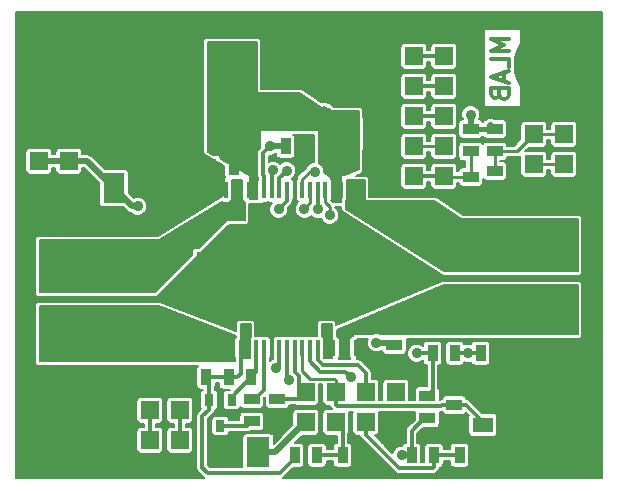
<source format=gbr>
G04 #@! TF.GenerationSoftware,KiCad,Pcbnew,(2017-02-05 revision 431abcf)-makepkg*
G04 #@! TF.CreationDate,2017-03-21T18:26:52+01:00*
G04 #@! TF.ProjectId,HBSTEP01B,4842535445503031422E6B696361645F,rev?*
G04 #@! TF.FileFunction,Copper,L2,Bot,Signal*
G04 #@! TF.FilePolarity,Positive*
%FSLAX46Y46*%
G04 Gerber Fmt 4.6, Leading zero omitted, Abs format (unit mm)*
G04 Created by KiCad (PCBNEW (2017-02-05 revision 431abcf)-makepkg) date 03/21/17 18:26:52*
%MOMM*%
%LPD*%
G01*
G04 APERTURE LIST*
%ADD10C,0.300000*%
%ADD11R,3.810000X3.810000*%
%ADD12R,0.889000X1.397000*%
%ADD13R,1.397000X0.889000*%
%ADD14C,6.000000*%
%ADD15R,1.524000X1.524000*%
%ADD16R,1.699260X1.300480*%
%ADD17R,1.800860X2.499360*%
%ADD18R,2.499360X2.550160*%
%ADD19R,1.950720X2.499360*%
%ADD20R,0.398780X1.399540*%
%ADD21R,9.799320X6.197600*%
%ADD22R,3.098800X2.898140*%
%ADD23R,0.800100X1.000760*%
%ADD24C,1.480820*%
%ADD25C,0.889000*%
%ADD26C,0.254000*%
%ADD27C,0.500000*%
%ADD28C,0.400000*%
%ADD29C,0.200000*%
G04 APERTURE END LIST*
D10*
X42334571Y37806000D02*
X40834571Y37806000D01*
X41906000Y37306000D01*
X40834571Y36806000D01*
X42334571Y36806000D01*
X42334571Y35377428D02*
X42334571Y36091714D01*
X40834571Y36091714D01*
X41906000Y34948857D02*
X41906000Y34234571D01*
X42334571Y35091714D02*
X40834571Y34591714D01*
X42334571Y34091714D01*
X41548857Y33091714D02*
X41620285Y32877428D01*
X41691714Y32806000D01*
X41834571Y32734571D01*
X42048857Y32734571D01*
X42191714Y32806000D01*
X42263142Y32877428D01*
X42334571Y33020285D01*
X42334571Y33591714D01*
X40834571Y33591714D01*
X40834571Y33091714D01*
X40906000Y32948857D01*
X40977428Y32877428D01*
X41120285Y32806000D01*
X41263142Y32806000D01*
X41406000Y32877428D01*
X41477428Y32948857D01*
X41548857Y33091714D01*
X41548857Y33591714D01*
D11*
X13716000Y35226000D03*
X13716000Y30226000D03*
X18796000Y35226000D03*
X18796000Y30226000D03*
D12*
X28257500Y2540000D03*
X30162500Y2540000D03*
X24193500Y2540000D03*
X26098500Y2540000D03*
D13*
X41148000Y30162500D03*
X41148000Y28257500D03*
X39116000Y30162500D03*
X39116000Y28257500D03*
D12*
X34099500Y2540000D03*
X36004500Y2540000D03*
D14*
X45720000Y35560000D03*
X45720000Y5080000D03*
X5080000Y35560000D03*
X5080000Y5080000D03*
D15*
X27686000Y5334000D03*
X27686000Y7874000D03*
X25146000Y7874000D03*
X25146000Y5334000D03*
X11938000Y3810000D03*
X11938000Y6350000D03*
X14478000Y3810000D03*
X14478000Y6350000D03*
X34290000Y31242000D03*
X36830000Y31242000D03*
X34290000Y33782000D03*
X36830000Y33782000D03*
X34290000Y28702000D03*
X36830000Y28702000D03*
X30226000Y5334000D03*
X30226000Y7874000D03*
X44450000Y27178000D03*
X46990000Y27178000D03*
X44450000Y29718000D03*
X46990000Y29718000D03*
X34290000Y26162000D03*
X36830000Y26162000D03*
X2540000Y29972000D03*
X5080000Y29972000D03*
X2540000Y27432000D03*
X5080000Y27432000D03*
X2540000Y24892000D03*
X5080000Y24892000D03*
D16*
X40132000Y8608060D03*
X40132000Y5107940D03*
D17*
X8890000Y29176980D03*
X8890000Y25179020D03*
X23368000Y35526980D03*
X23368000Y31529020D03*
D13*
X37719000Y6794500D03*
X37719000Y8699500D03*
X20574000Y5397500D03*
X20574000Y7302500D03*
D12*
X18605500Y9144000D03*
X20510500Y9144000D03*
D13*
X41148000Y26606500D03*
X41148000Y24701500D03*
X39116000Y26098500D03*
X39116000Y24193500D03*
D12*
X38163500Y2540000D03*
X40068500Y2540000D03*
D18*
X28448000Y34782760D03*
X28448000Y29733240D03*
D12*
X16700500Y9144000D03*
X14795500Y9144000D03*
D19*
X18008600Y2794000D03*
X21107400Y2794000D03*
D13*
X32639000Y11874500D03*
X32639000Y9969500D03*
D12*
X23431500Y28702000D03*
X25336500Y28702000D03*
X19050000Y26924000D03*
X17145000Y26924000D03*
D20*
X29400500Y11590020D03*
X28750260Y11590020D03*
X28100020Y11590020D03*
X27449780Y11590020D03*
X26799540Y11590020D03*
X26149300Y11590020D03*
X25499060Y11590020D03*
X24848820Y11590020D03*
X24198580Y11590020D03*
X23553420Y11590020D03*
X22903180Y11590020D03*
X22252940Y11590020D03*
X21602700Y11590020D03*
X20952460Y11590020D03*
X20302220Y11590020D03*
X19651980Y11590020D03*
X19001740Y11590020D03*
X18351500Y11590020D03*
X18351500Y24985980D03*
X19001740Y24985980D03*
X19651980Y24985980D03*
X20302220Y24985980D03*
X20952460Y24985980D03*
X21602700Y24985980D03*
X22252940Y24985980D03*
X22903180Y24985980D03*
X23553420Y24985980D03*
X24198580Y24985980D03*
X24848820Y24985980D03*
X25499060Y24985980D03*
X26149300Y24985980D03*
X26799540Y24985980D03*
X27449780Y24985980D03*
X28100020Y24985980D03*
X28750260Y24985980D03*
X29400500Y24985980D03*
D21*
X23876000Y18288000D03*
D22*
X30325060Y18288000D03*
X17426940Y18288000D03*
D23*
X17907000Y4996180D03*
X18859500Y7195820D03*
X16954500Y7195820D03*
D24*
X26670000Y31384240D03*
X26670000Y33385760D03*
D15*
X34290000Y36322000D03*
X36830000Y36322000D03*
D11*
X10334000Y18288000D03*
X5334000Y18288000D03*
X10334000Y13288000D03*
X5334000Y13288000D03*
X40466000Y20066000D03*
X45466000Y20066000D03*
X40466000Y15066000D03*
X45466000Y15066000D03*
D12*
X39941500Y11176000D03*
X41846500Y11176000D03*
D15*
X32766000Y5334000D03*
D12*
X35877500Y11176000D03*
X37782500Y11176000D03*
D15*
X32766000Y7874000D03*
D13*
X35433000Y7556500D03*
X35433000Y5651500D03*
X22733000Y7302500D03*
X22733000Y5397500D03*
D25*
X20066000Y13208000D03*
X31114996Y12065000D03*
X26924000Y13208000D03*
X29083000Y18288000D03*
X30325060Y18288000D03*
X28067000Y17145000D03*
X28067000Y19685000D03*
X26289000Y19939000D03*
X26162000Y18034000D03*
X26924000Y16256000D03*
X23876000Y16256000D03*
X22225000Y16129000D03*
X22225000Y17780000D03*
X22225000Y19431000D03*
X22225000Y20701000D03*
X23495000Y20701000D03*
X23495000Y19304000D03*
X23368000Y17780000D03*
X24765000Y17780000D03*
X24892000Y19050000D03*
X25019000Y20447000D03*
X19433975Y4068390D03*
X19431000Y2032000D03*
X31882487Y3815487D03*
X32893000Y3937000D03*
X25527000Y34925000D03*
X25527000Y36322000D03*
X26797000Y37465000D03*
X13716000Y27432000D03*
X13716000Y24511000D03*
X33274000Y2540000D03*
X22098000Y28702000D03*
X10922000Y23622000D03*
X39116000Y31369000D03*
X26162000Y23368000D03*
X25894365Y26556636D03*
X27184332Y22856834D03*
X25019000Y23368000D03*
X23523488Y26641515D03*
X22352000Y26670000D03*
X22860000Y23368000D03*
X23685511Y8890000D03*
X22606000Y9906000D03*
X38862000Y11176000D03*
X28941915Y9129915D03*
X34544000Y11176000D03*
D26*
X19050000Y26924000D02*
X19050000Y29972000D01*
X19050000Y29972000D02*
X18796000Y30226000D01*
X27449780Y24985980D02*
X28100020Y24985980D01*
X19651980Y11590020D02*
X20302220Y11590020D01*
X26799540Y11590020D02*
X27449780Y11590020D01*
D10*
X18796000Y30226000D02*
X22064980Y30226000D01*
X22064980Y30226000D02*
X23368000Y31529020D01*
D26*
X20302220Y24985980D02*
X20952460Y24985980D01*
X20302220Y11590020D02*
X20302220Y12971780D01*
X20302220Y12971780D02*
X20066000Y13208000D01*
D10*
X16700500Y9144000D02*
X18605500Y9144000D01*
X19350000Y9144000D02*
X18605500Y9144000D01*
X19651980Y9445980D02*
X19350000Y9144000D01*
X19651980Y11590020D02*
X19651980Y9445980D01*
X18399760Y8938260D02*
X18605500Y9144000D01*
D26*
X26799540Y13083540D02*
X26924000Y13208000D01*
X26799540Y11590020D02*
X26799540Y13083540D01*
D27*
X32512000Y12065000D02*
X32893000Y11684000D01*
X31114996Y12065000D02*
X32512000Y12065000D01*
D10*
X16954500Y8890000D02*
X16700500Y9144000D01*
X16954500Y7195820D02*
X16954500Y8890000D01*
X16954500Y6395440D02*
X16383000Y5823940D01*
X16954500Y7195820D02*
X16954500Y6395440D01*
X16383000Y1467358D02*
X16834358Y1016000D01*
X16383000Y5823940D02*
X16383000Y1467358D01*
X24193500Y2286000D02*
X24193500Y2540000D01*
X22923500Y1016000D02*
X24193500Y2286000D01*
X16834358Y1016000D02*
X22923500Y1016000D01*
D26*
X31664910Y9779000D02*
X31940500Y9779000D01*
X31940500Y9779000D02*
X32893000Y9779000D01*
X29853890Y11590020D02*
X31664910Y9779000D01*
X29400500Y11590020D02*
X29853890Y11590020D01*
X18351500Y24985980D02*
X17898110Y24985980D01*
X17898110Y24985980D02*
X17145000Y25739090D01*
X17145000Y25739090D02*
X17145000Y25971500D01*
X17145000Y25971500D02*
X17145000Y26924000D01*
X13271500Y25908000D02*
X13271500Y26162000D01*
X14193520Y24985980D02*
X13271500Y25908000D01*
X18351500Y24985980D02*
X14193520Y24985980D01*
X29083000Y18288000D02*
X30325060Y18288000D01*
X26924000Y18288000D02*
X23876000Y18288000D01*
X28067000Y17145000D02*
X26924000Y18288000D01*
X26670000Y18288000D02*
X23876000Y18288000D01*
X28067000Y19685000D02*
X26670000Y18288000D01*
X24638000Y18288000D02*
X23876000Y18288000D01*
X26289000Y19939000D02*
X24638000Y18288000D01*
X25908000Y18288000D02*
X23876000Y18288000D01*
X26162000Y18034000D02*
X25908000Y18288000D01*
X24130000Y18288000D02*
X23876000Y18288000D01*
X26924000Y16256000D02*
X24130000Y18288000D01*
X23876000Y16891000D02*
X23876000Y18288000D01*
X23876000Y16256000D02*
X23876000Y16891000D01*
X23876000Y17780000D02*
X23876000Y18288000D01*
X22225000Y16129000D02*
X23876000Y17780000D01*
X22733000Y18288000D02*
X23876000Y18288000D01*
X22225000Y17780000D02*
X22733000Y18288000D01*
X23368000Y18288000D02*
X23876000Y18288000D01*
X22225000Y19431000D02*
X23368000Y18288000D01*
X23876000Y19050000D02*
X23876000Y18288000D01*
X22225000Y20701000D02*
X23876000Y19050000D01*
X23876000Y20320000D02*
X23876000Y18288000D01*
X23495000Y20701000D02*
X23876000Y20320000D01*
X23876000Y18923000D02*
X23876000Y18288000D01*
X23495000Y19304000D02*
X23876000Y18923000D01*
X23368000Y17780000D02*
X23876000Y18288000D01*
X24257000Y18288000D02*
X23876000Y18288000D01*
X24765000Y17780000D02*
X24257000Y18288000D01*
X24130000Y18288000D02*
X23876000Y18288000D01*
X24892000Y19050000D02*
X24130000Y18288000D01*
X23876000Y19304000D02*
X23876000Y18288000D01*
X25019000Y20447000D02*
X23876000Y19304000D01*
X29400500Y11590020D02*
X29400500Y11089640D01*
X22603460Y5400040D02*
X22606000Y5397500D01*
D10*
X21950680Y5504180D02*
X22098000Y5651500D01*
X18159585Y2794000D02*
X19433975Y4068390D01*
X18008600Y2794000D02*
X18159585Y2794000D01*
X32766000Y4699000D02*
X31882487Y3815487D01*
X32766000Y5334000D02*
X32766000Y4699000D01*
X26670000Y33782000D02*
X25527000Y34925000D01*
X26670000Y33385760D02*
X26670000Y33782000D01*
X25654000Y36322000D02*
X26797000Y37465000D01*
X25527000Y36322000D02*
X25654000Y36322000D01*
X13716000Y27432000D02*
X13716000Y24511000D01*
D27*
X34099500Y2540000D02*
X33274000Y2540000D01*
D10*
X24668760Y5334000D02*
X25146000Y5334000D01*
D27*
X2540000Y27432000D02*
X5080000Y27432000D01*
X6637020Y27432000D02*
X8890000Y25179020D01*
X5080000Y27432000D02*
X6637020Y27432000D01*
X23431500Y28702000D02*
X22098000Y28702000D01*
D10*
X21653501Y28257501D02*
X22098000Y28702000D01*
X21503499Y28107499D02*
X21653501Y28257501D01*
X21503499Y26262719D02*
X21503499Y28107499D01*
X21602700Y26163518D02*
X21503499Y26262719D01*
X21602700Y24985980D02*
X21602700Y26163518D01*
D27*
X10447020Y23622000D02*
X8890000Y25179020D01*
X10922000Y23622000D02*
X10447020Y23622000D01*
X41148000Y30162500D02*
X40957500Y30162500D01*
D28*
X40767002Y30543498D02*
X41148000Y30162500D01*
X41148000Y30162500D02*
X39116000Y30162500D01*
D27*
X39116000Y30162500D02*
X39116000Y31369000D01*
X25122760Y5334000D02*
X25146000Y5334000D01*
X22582760Y2794000D02*
X25122760Y5334000D01*
X21107400Y2794000D02*
X22582760Y2794000D01*
D10*
X35179000Y5651500D02*
X35433000Y5651500D01*
X34099500Y4572000D02*
X35179000Y5651500D01*
X34099500Y2540000D02*
X34099500Y4572000D01*
D26*
X20302220Y9316720D02*
X20129500Y9144000D01*
D10*
X20952460Y9585960D02*
X20952460Y11590020D01*
X20510500Y9144000D02*
X20952460Y9585960D01*
X18859500Y7493000D02*
X18859500Y7195820D01*
X20510500Y9144000D02*
X18859500Y7493000D01*
X28257500Y2540000D02*
X26098500Y2540000D01*
X28257500Y4762500D02*
X27686000Y5334000D01*
X28257500Y2540000D02*
X28257500Y4762500D01*
X38163500Y2540000D02*
X36004500Y2540000D01*
X26149300Y10613898D02*
X26603198Y10160000D01*
X26149300Y11590020D02*
X26149300Y10613898D01*
X26603198Y10160000D02*
X29591000Y10160000D01*
X30226000Y9525000D02*
X30226000Y7874000D01*
X29591000Y10160000D02*
X30226000Y9525000D01*
X35900499Y1437499D02*
X36004500Y1541500D01*
X33060501Y1437499D02*
X35900499Y1437499D01*
X30226000Y4272000D02*
X33060501Y1437499D01*
X36004500Y1541500D02*
X36004500Y2540000D01*
X30226000Y5334000D02*
X30226000Y4272000D01*
X34290000Y26162000D02*
X36830000Y26162000D01*
X26149300Y24985980D02*
X26149300Y23380700D01*
X26149300Y23380700D02*
X26162000Y23368000D01*
D26*
X39116000Y28257500D02*
X39116000Y26098500D01*
X36893500Y26098500D02*
X36830000Y26162000D01*
X39116000Y26098500D02*
X36893500Y26098500D01*
X25465706Y26556636D02*
X25894365Y26556636D01*
X24848820Y25939750D02*
X25465706Y26556636D01*
X24848820Y24985980D02*
X24848820Y25939750D01*
X41148000Y28257500D02*
X41148000Y26606500D01*
X44450000Y29718000D02*
X46990000Y29718000D01*
X42989500Y28257500D02*
X44450000Y29718000D01*
X41148000Y28257500D02*
X42989500Y28257500D01*
X40894000Y28257500D02*
X41148000Y28257500D01*
D10*
X20828000Y7302500D02*
X20574000Y7302500D01*
X21602700Y8077200D02*
X20828000Y7302500D01*
X21602700Y11590020D02*
X21602700Y8077200D01*
D26*
X44450000Y27178000D02*
X46990000Y27178000D01*
X27184332Y23567410D02*
X27184332Y22856834D01*
X26799540Y23952202D02*
X27184332Y23567410D01*
X26799540Y24985980D02*
X26799540Y23952202D01*
D10*
X40132000Y5380000D02*
X40132000Y4980940D01*
X38717500Y6794500D02*
X40132000Y5380000D01*
D26*
X27686000Y7874000D02*
X27686000Y8890000D01*
X27686000Y8890000D02*
X27558999Y9017001D01*
X27558999Y9017001D02*
X25526999Y9017001D01*
X25526999Y9017001D02*
X24848820Y9695180D01*
X24848820Y9695180D02*
X24848820Y10636250D01*
X24848820Y10636250D02*
X24848820Y11590020D01*
D10*
X27686000Y7874000D02*
X27766800Y7874000D01*
X36720500Y6794500D02*
X37719000Y6794500D01*
X36633999Y6707999D02*
X36720500Y6794500D01*
X27790001Y6707999D02*
X36633999Y6707999D01*
X27686000Y6812000D02*
X27790001Y6707999D01*
X27686000Y7874000D02*
X27686000Y6812000D01*
X37719000Y6794500D02*
X38717500Y6794500D01*
D26*
X25499060Y24985980D02*
X25499060Y23926802D01*
X25499060Y23926802D02*
X25019000Y23446742D01*
X25019000Y23446742D02*
X25019000Y23368000D01*
X34290000Y28702000D02*
X36830000Y28702000D01*
D10*
X22903180Y26021207D02*
X23523488Y26641515D01*
X22903180Y24985980D02*
X22903180Y26021207D01*
X34290000Y33782000D02*
X36830000Y33782000D01*
X34290000Y36322000D02*
X36830000Y36322000D01*
X22252940Y24985980D02*
X22252940Y26570940D01*
X22252940Y26570940D02*
X22352000Y26670000D01*
X34290000Y31242000D02*
X36830000Y31242000D01*
X23553420Y24061420D02*
X22860000Y23368000D01*
X23553420Y24985980D02*
X23553420Y24061420D01*
X14478000Y3810000D02*
X14478000Y6350000D01*
X23553420Y9022091D02*
X23685511Y8890000D01*
X23553420Y11590020D02*
X23553420Y9022091D01*
X11938000Y3810000D02*
X11938000Y6350000D01*
X22903180Y10203180D02*
X22606000Y9906000D01*
X22903180Y11590020D02*
X22903180Y10203180D01*
X20172680Y4996180D02*
X20574000Y5397500D01*
X17907000Y4996180D02*
X20172680Y4996180D01*
X37782500Y11176000D02*
X38862000Y11176000D01*
X38862000Y11176000D02*
X39433500Y11176000D01*
X39941500Y11176000D02*
X38862000Y11176000D01*
X24536400Y9256639D02*
X24536400Y8483600D01*
X24536400Y8483600D02*
X25146000Y7874000D01*
X24198580Y11590020D02*
X24198580Y9594459D01*
X24198580Y9594459D02*
X24536400Y9256639D01*
X24198580Y9594459D02*
X24198580Y10590250D01*
X24198580Y10590250D02*
X24198580Y11590020D01*
X24574500Y7302500D02*
X25146000Y7874000D01*
X22733000Y7302500D02*
X24574500Y7302500D01*
X28465840Y9605990D02*
X28941915Y9129915D01*
X26373720Y9605990D02*
X28465840Y9605990D01*
X25499060Y10480650D02*
X26373720Y9605990D01*
X25499060Y11590020D02*
X25499060Y10480650D01*
X34544000Y11176000D02*
X35877500Y11176000D01*
X35877500Y8001000D02*
X35433000Y7556500D01*
X35877500Y11176000D02*
X35877500Y8001000D01*
D29*
G36*
X30126000Y24130000D02*
X30133612Y24091732D01*
X30155289Y24059289D01*
X30187732Y24037612D01*
X30226000Y24030000D01*
X36037722Y24030000D01*
X38298530Y22522795D01*
X38354000Y22506000D01*
X48160000Y22506000D01*
X48160000Y18134000D01*
X36859120Y18134000D01*
X28548000Y23422895D01*
X28548000Y24026560D01*
X28554630Y24030990D01*
X28632870Y24148086D01*
X28660345Y24286210D01*
X28660345Y25685750D01*
X28636028Y25808000D01*
X30126000Y25808000D01*
X30126000Y24130000D01*
X30126000Y24130000D01*
G37*
X30126000Y24130000D02*
X30133612Y24091732D01*
X30155289Y24059289D01*
X30187732Y24037612D01*
X30226000Y24030000D01*
X36037722Y24030000D01*
X38298530Y22522795D01*
X38354000Y22506000D01*
X48160000Y22506000D01*
X48160000Y18134000D01*
X36859120Y18134000D01*
X28548000Y23422895D01*
X28548000Y24026560D01*
X28554630Y24030990D01*
X28632870Y24148086D01*
X28660345Y24286210D01*
X28660345Y25685750D01*
X28636028Y25808000D01*
X30126000Y25808000D01*
X30126000Y24130000D01*
G36*
X48160000Y12800000D02*
X31427116Y12800000D01*
X31274524Y12863362D01*
X30956861Y12863639D01*
X30802844Y12800000D01*
X29210000Y12800000D01*
X29171732Y12792388D01*
X29139289Y12770711D01*
X29117612Y12738268D01*
X29110000Y12700000D01*
X29110000Y12632602D01*
X29062986Y12623250D01*
X28945890Y12545010D01*
X28867650Y12427914D01*
X28840175Y12289790D01*
X28840175Y10890250D01*
X28867650Y10752126D01*
X28926533Y10664000D01*
X27923747Y10664000D01*
X27982630Y10752126D01*
X28010105Y10890250D01*
X28010105Y12289790D01*
X27982630Y12427914D01*
X27904390Y12545010D01*
X27787294Y12623250D01*
X27786000Y12623507D01*
X27786000Y13141333D01*
X36850001Y16918000D01*
X48160000Y16918000D01*
X48160000Y12800000D01*
X48160000Y12800000D01*
G37*
X48160000Y12800000D02*
X31427116Y12800000D01*
X31274524Y12863362D01*
X30956861Y12863639D01*
X30802844Y12800000D01*
X29210000Y12800000D01*
X29171732Y12792388D01*
X29139289Y12770711D01*
X29117612Y12738268D01*
X29110000Y12700000D01*
X29110000Y12632602D01*
X29062986Y12623250D01*
X28945890Y12545010D01*
X28867650Y12427914D01*
X28840175Y12289790D01*
X28840175Y10890250D01*
X28867650Y10752126D01*
X28926533Y10664000D01*
X27923747Y10664000D01*
X27982630Y10752126D01*
X28010105Y10890250D01*
X28010105Y12289790D01*
X27982630Y12427914D01*
X27904390Y12545010D01*
X27787294Y12623250D01*
X27786000Y12623507D01*
X27786000Y13141333D01*
X36850001Y16918000D01*
X48160000Y16918000D01*
X48160000Y12800000D01*
G36*
X19741895Y25685750D02*
X19741895Y24286210D01*
X19769370Y24148086D01*
X19847610Y24030990D01*
X19964706Y23952750D01*
X19966000Y23952493D01*
X19966000Y22452000D01*
X18542000Y22452000D01*
X18503732Y22444388D01*
X18471289Y22422711D01*
X16146583Y20098005D01*
X15877540Y20098005D01*
X15739416Y20070530D01*
X15622320Y19992290D01*
X15544080Y19875194D01*
X15516605Y19737070D01*
X15516605Y19468027D01*
X12404578Y16356000D01*
X2640000Y16356000D01*
X2640000Y20728000D01*
X12700000Y20728000D01*
X12751995Y20742580D01*
X18022925Y23950972D01*
X18152110Y23925275D01*
X18550890Y23925275D01*
X18689014Y23952750D01*
X18806110Y24030990D01*
X18884350Y24148086D01*
X18911825Y24286210D01*
X18911825Y25685750D01*
X18887508Y25808000D01*
X19766212Y25808000D01*
X19741895Y25685750D01*
X19741895Y25685750D01*
G37*
X19741895Y25685750D02*
X19741895Y24286210D01*
X19769370Y24148086D01*
X19847610Y24030990D01*
X19964706Y23952750D01*
X19966000Y23952493D01*
X19966000Y22452000D01*
X18542000Y22452000D01*
X18503732Y22444388D01*
X18471289Y22422711D01*
X16146583Y20098005D01*
X15877540Y20098005D01*
X15739416Y20070530D01*
X15622320Y19992290D01*
X15544080Y19875194D01*
X15516605Y19737070D01*
X15516605Y19468027D01*
X12404578Y16356000D01*
X2640000Y16356000D01*
X2640000Y20728000D01*
X12700000Y20728000D01*
X12751995Y20742580D01*
X18022925Y23950972D01*
X18152110Y23925275D01*
X18550890Y23925275D01*
X18689014Y23952750D01*
X18806110Y24030990D01*
X18884350Y24148086D01*
X18911825Y24286210D01*
X18911825Y25685750D01*
X18887508Y25808000D01*
X19766212Y25808000D01*
X19741895Y25685750D01*
G36*
X19204000Y12631320D02*
X19204000Y12549440D01*
X19197370Y12545010D01*
X19119130Y12427914D01*
X19091655Y12289790D01*
X19091655Y10890250D01*
X19119130Y10752126D01*
X19147980Y10708948D01*
X19147980Y10514000D01*
X2640000Y10514000D01*
X2640000Y15140000D01*
X12681431Y15140000D01*
X19204000Y12631320D01*
X19204000Y12631320D01*
G37*
X19204000Y12631320D02*
X19204000Y12549440D01*
X19197370Y12545010D01*
X19119130Y12427914D01*
X19091655Y12289790D01*
X19091655Y10890250D01*
X19119130Y10752126D01*
X19147980Y10708948D01*
X19147980Y10514000D01*
X2640000Y10514000D01*
X2640000Y15140000D01*
X12681431Y15140000D01*
X19204000Y12631320D01*
G36*
X20982000Y33274000D02*
X20989612Y33235732D01*
X21011289Y33203289D01*
X21043732Y33181612D01*
X21082000Y33174000D01*
X24607722Y33174000D01*
X26868530Y31666795D01*
X26924000Y31650000D01*
X29618000Y31650000D01*
X29618000Y26737704D01*
X28428741Y26262000D01*
X28194000Y26262000D01*
X28155732Y26254388D01*
X28123289Y26232711D01*
X28101612Y26200268D01*
X28094000Y26162000D01*
X28094000Y23976000D01*
X27455978Y23976000D01*
X27312965Y24119013D01*
X27332390Y24148086D01*
X27359865Y24286210D01*
X27359865Y25685750D01*
X27332390Y25823874D01*
X27278000Y25905275D01*
X27278000Y25908000D01*
X27270388Y25946268D01*
X27248711Y25978711D01*
X26692847Y26534575D01*
X26693004Y26714771D01*
X26571695Y27008359D01*
X26347270Y27233177D01*
X26262000Y27268584D01*
X26262000Y29972000D01*
X26254388Y30010268D01*
X26232711Y30042711D01*
X26200268Y30064388D01*
X26162000Y30072000D01*
X21336000Y30072000D01*
X21297732Y30064388D01*
X21265289Y30042711D01*
X21243612Y30010268D01*
X21236000Y29972000D01*
X21236000Y28552764D01*
X21147117Y28463881D01*
X21037864Y28300372D01*
X21027664Y28249095D01*
X20999499Y28107499D01*
X20999499Y26262719D01*
X21037864Y26069846D01*
X21098700Y25978798D01*
X21098700Y25867052D01*
X21069850Y25823874D01*
X21042375Y25685750D01*
X21042375Y24286210D01*
X21053556Y24230000D01*
X20420000Y24230000D01*
X20420000Y26162000D01*
X20412388Y26200268D01*
X20390711Y26232711D01*
X20369614Y26248824D01*
X17948480Y27632329D01*
X17922960Y27760624D01*
X17844720Y27877720D01*
X17727624Y27955960D01*
X17589500Y27983435D01*
X17334045Y27983435D01*
X16864000Y28252032D01*
X16864000Y37492000D01*
X20982000Y37492000D01*
X20982000Y33274000D01*
X20982000Y33274000D01*
G37*
X20982000Y33274000D02*
X20989612Y33235732D01*
X21011289Y33203289D01*
X21043732Y33181612D01*
X21082000Y33174000D01*
X24607722Y33174000D01*
X26868530Y31666795D01*
X26924000Y31650000D01*
X29618000Y31650000D01*
X29618000Y26737704D01*
X28428741Y26262000D01*
X28194000Y26262000D01*
X28155732Y26254388D01*
X28123289Y26232711D01*
X28101612Y26200268D01*
X28094000Y26162000D01*
X28094000Y23976000D01*
X27455978Y23976000D01*
X27312965Y24119013D01*
X27332390Y24148086D01*
X27359865Y24286210D01*
X27359865Y25685750D01*
X27332390Y25823874D01*
X27278000Y25905275D01*
X27278000Y25908000D01*
X27270388Y25946268D01*
X27248711Y25978711D01*
X26692847Y26534575D01*
X26693004Y26714771D01*
X26571695Y27008359D01*
X26347270Y27233177D01*
X26262000Y27268584D01*
X26262000Y29972000D01*
X26254388Y30010268D01*
X26232711Y30042711D01*
X26200268Y30064388D01*
X26162000Y30072000D01*
X21336000Y30072000D01*
X21297732Y30064388D01*
X21265289Y30042711D01*
X21243612Y30010268D01*
X21236000Y29972000D01*
X21236000Y28552764D01*
X21147117Y28463881D01*
X21037864Y28300372D01*
X21027664Y28249095D01*
X20999499Y28107499D01*
X20999499Y26262719D01*
X21037864Y26069846D01*
X21098700Y25978798D01*
X21098700Y25867052D01*
X21069850Y25823874D01*
X21042375Y25685750D01*
X21042375Y24286210D01*
X21053556Y24230000D01*
X20420000Y24230000D01*
X20420000Y26162000D01*
X20412388Y26200268D01*
X20390711Y26232711D01*
X20369614Y26248824D01*
X17948480Y27632329D01*
X17922960Y27760624D01*
X17844720Y27877720D01*
X17727624Y27955960D01*
X17589500Y27983435D01*
X17334045Y27983435D01*
X16864000Y28252032D01*
X16864000Y37492000D01*
X20982000Y37492000D01*
X20982000Y33274000D01*
G36*
X50196000Y604000D02*
X23196644Y604000D01*
X23279882Y659618D01*
X24100829Y1480565D01*
X24638000Y1480565D01*
X24776124Y1508040D01*
X24893220Y1586280D01*
X24971460Y1703376D01*
X24998935Y1841500D01*
X24998935Y3238500D01*
X24971460Y3376624D01*
X24893220Y3493720D01*
X24776124Y3571960D01*
X24638000Y3599435D01*
X24242379Y3599435D01*
X24854010Y4211065D01*
X25908000Y4211065D01*
X26046124Y4238540D01*
X26163220Y4316780D01*
X26241460Y4433876D01*
X26268935Y4572000D01*
X26268935Y6096000D01*
X26241460Y6234124D01*
X26163220Y6351220D01*
X26046124Y6429460D01*
X25908000Y6456935D01*
X24384000Y6456935D01*
X24245876Y6429460D01*
X24128780Y6351220D01*
X24050540Y6234124D01*
X24023065Y6096000D01*
X24023065Y5088490D01*
X22443695Y3509119D01*
X22443695Y4043680D01*
X22416220Y4181804D01*
X22337980Y4298900D01*
X22220884Y4377140D01*
X22082760Y4404615D01*
X20132040Y4404615D01*
X19993916Y4377140D01*
X19876820Y4298900D01*
X19798580Y4181804D01*
X19771105Y4043680D01*
X19771105Y1544320D01*
X19775943Y1520000D01*
X17043122Y1520000D01*
X16887000Y1676122D01*
X16887000Y5496560D01*
X17146015Y5496560D01*
X17146015Y4495800D01*
X17173490Y4357676D01*
X17251730Y4240580D01*
X17368826Y4162340D01*
X17506950Y4134865D01*
X18307050Y4134865D01*
X18445174Y4162340D01*
X18562270Y4240580D01*
X18640510Y4357676D01*
X18667265Y4492180D01*
X20172680Y4492180D01*
X20365553Y4530545D01*
X20457624Y4592065D01*
X21272500Y4592065D01*
X21410624Y4619540D01*
X21527720Y4697780D01*
X21605960Y4814876D01*
X21633435Y4953000D01*
X21633435Y5842000D01*
X21605960Y5980124D01*
X21527720Y6097220D01*
X21410624Y6175460D01*
X21272500Y6202935D01*
X19875500Y6202935D01*
X19737376Y6175460D01*
X19620280Y6097220D01*
X19542040Y5980124D01*
X19514565Y5842000D01*
X19514565Y5500180D01*
X18667265Y5500180D01*
X18640510Y5634684D01*
X18562270Y5751780D01*
X18445174Y5830020D01*
X18307050Y5857495D01*
X17506950Y5857495D01*
X17368826Y5830020D01*
X17251730Y5751780D01*
X17173490Y5634684D01*
X17146015Y5496560D01*
X16887000Y5496560D01*
X16887000Y5615176D01*
X17310882Y6039058D01*
X17420135Y6202567D01*
X17450162Y6353524D01*
X17492674Y6361980D01*
X17609770Y6440220D01*
X17688010Y6557316D01*
X17715485Y6695440D01*
X17715485Y7696200D01*
X17688010Y7834324D01*
X17609770Y7951420D01*
X17492674Y8029660D01*
X17458500Y8036458D01*
X17458500Y8277503D01*
X17478460Y8307376D01*
X17505935Y8445500D01*
X17505935Y8640000D01*
X17800065Y8640000D01*
X17800065Y8445500D01*
X17827540Y8307376D01*
X17905780Y8190280D01*
X18022876Y8112040D01*
X18161000Y8084565D01*
X18738301Y8084565D01*
X18710871Y8057135D01*
X18459450Y8057135D01*
X18321326Y8029660D01*
X18204230Y7951420D01*
X18125990Y7834324D01*
X18098515Y7696200D01*
X18098515Y6695440D01*
X18125990Y6557316D01*
X18204230Y6440220D01*
X18321326Y6361980D01*
X18459450Y6334505D01*
X19259550Y6334505D01*
X19397674Y6361980D01*
X19514770Y6440220D01*
X19593010Y6557316D01*
X19606235Y6623800D01*
X19620280Y6602780D01*
X19737376Y6524540D01*
X19875500Y6497065D01*
X21272500Y6497065D01*
X21410624Y6524540D01*
X21527720Y6602780D01*
X21605960Y6719876D01*
X21633435Y6858000D01*
X21633435Y7395171D01*
X21673565Y7435301D01*
X21673565Y6858000D01*
X21701040Y6719876D01*
X21779280Y6602780D01*
X21896376Y6524540D01*
X22034500Y6497065D01*
X23431500Y6497065D01*
X23569624Y6524540D01*
X23686720Y6602780D01*
X23764960Y6719876D01*
X23780600Y6798500D01*
X24216003Y6798500D01*
X24245876Y6778540D01*
X24384000Y6751065D01*
X25908000Y6751065D01*
X26046124Y6778540D01*
X26163220Y6856780D01*
X26241460Y6973876D01*
X26268935Y7112000D01*
X26268935Y8536001D01*
X26563065Y8536001D01*
X26563065Y7112000D01*
X26590540Y6973876D01*
X26668780Y6856780D01*
X26785876Y6778540D01*
X26924000Y6751065D01*
X27194121Y6751065D01*
X27220365Y6619127D01*
X27328738Y6456935D01*
X26924000Y6456935D01*
X26785876Y6429460D01*
X26668780Y6351220D01*
X26590540Y6234124D01*
X26563065Y6096000D01*
X26563065Y4572000D01*
X26590540Y4433876D01*
X26668780Y4316780D01*
X26785876Y4238540D01*
X26924000Y4211065D01*
X27753500Y4211065D01*
X27753500Y3587600D01*
X27674876Y3571960D01*
X27557780Y3493720D01*
X27479540Y3376624D01*
X27452065Y3238500D01*
X27452065Y3044000D01*
X26903935Y3044000D01*
X26903935Y3238500D01*
X26876460Y3376624D01*
X26798220Y3493720D01*
X26681124Y3571960D01*
X26543000Y3599435D01*
X25654000Y3599435D01*
X25515876Y3571960D01*
X25398780Y3493720D01*
X25320540Y3376624D01*
X25293065Y3238500D01*
X25293065Y1841500D01*
X25320540Y1703376D01*
X25398780Y1586280D01*
X25515876Y1508040D01*
X25654000Y1480565D01*
X26543000Y1480565D01*
X26681124Y1508040D01*
X26798220Y1586280D01*
X26876460Y1703376D01*
X26903935Y1841500D01*
X26903935Y2036000D01*
X27452065Y2036000D01*
X27452065Y1841500D01*
X27479540Y1703376D01*
X27557780Y1586280D01*
X27674876Y1508040D01*
X27813000Y1480565D01*
X28702000Y1480565D01*
X28840124Y1508040D01*
X28957220Y1586280D01*
X29035460Y1703376D01*
X29062935Y1841500D01*
X29062935Y3238500D01*
X29035460Y3376624D01*
X28957220Y3493720D01*
X28840124Y3571960D01*
X28761500Y3587600D01*
X28761500Y4404003D01*
X28781460Y4433876D01*
X28808935Y4572000D01*
X28808935Y6096000D01*
X28787452Y6203999D01*
X29124548Y6203999D01*
X29103065Y6096000D01*
X29103065Y4572000D01*
X29130540Y4433876D01*
X29208780Y4316780D01*
X29325876Y4238540D01*
X29464000Y4211065D01*
X29734121Y4211065D01*
X29760365Y4079127D01*
X29869618Y3915618D01*
X32704119Y1081117D01*
X32867629Y971864D01*
X33060501Y933499D01*
X35900499Y933499D01*
X36093372Y971864D01*
X36256881Y1081117D01*
X36360882Y1185118D01*
X36470135Y1348628D01*
X36498332Y1490378D01*
X36587124Y1508040D01*
X36704220Y1586280D01*
X36782460Y1703376D01*
X36809935Y1841500D01*
X36809935Y2036000D01*
X37358065Y2036000D01*
X37358065Y1841500D01*
X37385540Y1703376D01*
X37463780Y1586280D01*
X37580876Y1508040D01*
X37719000Y1480565D01*
X38608000Y1480565D01*
X38746124Y1508040D01*
X38863220Y1586280D01*
X38941460Y1703376D01*
X38968935Y1841500D01*
X38968935Y3238500D01*
X38941460Y3376624D01*
X38863220Y3493720D01*
X38746124Y3571960D01*
X38608000Y3599435D01*
X37719000Y3599435D01*
X37580876Y3571960D01*
X37463780Y3493720D01*
X37385540Y3376624D01*
X37358065Y3238500D01*
X37358065Y3044000D01*
X36809935Y3044000D01*
X36809935Y3238500D01*
X36782460Y3376624D01*
X36704220Y3493720D01*
X36587124Y3571960D01*
X36449000Y3599435D01*
X35560000Y3599435D01*
X35421876Y3571960D01*
X35304780Y3493720D01*
X35226540Y3376624D01*
X35199065Y3238500D01*
X35199065Y1941499D01*
X34904935Y1941499D01*
X34904935Y3238500D01*
X34877460Y3376624D01*
X34799220Y3493720D01*
X34682124Y3571960D01*
X34603500Y3587600D01*
X34603500Y4363236D01*
X35086328Y4846065D01*
X36131500Y4846065D01*
X36269624Y4873540D01*
X36386720Y4951780D01*
X36464960Y5068876D01*
X36492435Y5207000D01*
X36492435Y6096000D01*
X36470952Y6203999D01*
X36633999Y6203999D01*
X36686528Y6214448D01*
X36687040Y6211876D01*
X36765280Y6094780D01*
X36882376Y6016540D01*
X37020500Y5989065D01*
X38417500Y5989065D01*
X38555624Y6016540D01*
X38672720Y6094780D01*
X38685432Y6113804D01*
X38941282Y5857954D01*
X38921435Y5758180D01*
X38921435Y4457700D01*
X38948910Y4319576D01*
X39027150Y4202480D01*
X39144246Y4124240D01*
X39282370Y4096765D01*
X40981630Y4096765D01*
X41119754Y4124240D01*
X41236850Y4202480D01*
X41315090Y4319576D01*
X41342565Y4457700D01*
X41342565Y5758180D01*
X41315090Y5896304D01*
X41236850Y6013400D01*
X41119754Y6091640D01*
X40981630Y6119115D01*
X40105649Y6119115D01*
X39073882Y7150882D01*
X38910373Y7260135D01*
X38768622Y7288331D01*
X38750960Y7377124D01*
X38672720Y7494220D01*
X38555624Y7572460D01*
X38417500Y7599935D01*
X37020500Y7599935D01*
X36882376Y7572460D01*
X36765280Y7494220D01*
X36687040Y7377124D01*
X36669378Y7288331D01*
X36527628Y7260135D01*
X36492435Y7236620D01*
X36492435Y8001000D01*
X36464960Y8139124D01*
X36386720Y8256220D01*
X36381500Y8259708D01*
X36381500Y10128400D01*
X36460124Y10144040D01*
X36577220Y10222280D01*
X36655460Y10339376D01*
X36682935Y10477500D01*
X36682935Y11874500D01*
X36977065Y11874500D01*
X36977065Y10477500D01*
X37004540Y10339376D01*
X37082780Y10222280D01*
X37199876Y10144040D01*
X37338000Y10116565D01*
X38227000Y10116565D01*
X38365124Y10144040D01*
X38482220Y10222280D01*
X38560460Y10339376D01*
X38578325Y10429188D01*
X38702472Y10377638D01*
X39020135Y10377361D01*
X39145667Y10429230D01*
X39163540Y10339376D01*
X39241780Y10222280D01*
X39358876Y10144040D01*
X39497000Y10116565D01*
X40386000Y10116565D01*
X40524124Y10144040D01*
X40641220Y10222280D01*
X40719460Y10339376D01*
X40746935Y10477500D01*
X40746935Y11874500D01*
X40719460Y12012624D01*
X40641220Y12129720D01*
X40524124Y12207960D01*
X40386000Y12235435D01*
X39497000Y12235435D01*
X39358876Y12207960D01*
X39241780Y12129720D01*
X39163540Y12012624D01*
X39145675Y11922812D01*
X39021528Y11974362D01*
X38703865Y11974639D01*
X38578333Y11922770D01*
X38560460Y12012624D01*
X38482220Y12129720D01*
X38365124Y12207960D01*
X38227000Y12235435D01*
X37338000Y12235435D01*
X37199876Y12207960D01*
X37082780Y12129720D01*
X37004540Y12012624D01*
X36977065Y11874500D01*
X36682935Y11874500D01*
X36655460Y12012624D01*
X36577220Y12129720D01*
X36460124Y12207960D01*
X36322000Y12235435D01*
X35433000Y12235435D01*
X35294876Y12207960D01*
X35177780Y12129720D01*
X35099540Y12012624D01*
X35072065Y11874500D01*
X35072065Y11777249D01*
X34996905Y11852541D01*
X34703528Y11974362D01*
X34385865Y11974639D01*
X34092277Y11853330D01*
X33867459Y11628905D01*
X33745638Y11335528D01*
X33745361Y11017865D01*
X33866670Y10724277D01*
X34091095Y10499459D01*
X34384472Y10377638D01*
X34702135Y10377361D01*
X34995723Y10498670D01*
X35072065Y10574879D01*
X35072065Y10477500D01*
X35099540Y10339376D01*
X35177780Y10222280D01*
X35294876Y10144040D01*
X35373500Y10128400D01*
X35373500Y8361935D01*
X34734500Y8361935D01*
X34596376Y8334460D01*
X34479280Y8256220D01*
X34401040Y8139124D01*
X34373565Y8001000D01*
X34373565Y7211999D01*
X33888935Y7211999D01*
X33888935Y8636000D01*
X33861460Y8774124D01*
X33783220Y8891220D01*
X33666124Y8969460D01*
X33528000Y8996935D01*
X32004000Y8996935D01*
X31865876Y8969460D01*
X31748780Y8891220D01*
X31670540Y8774124D01*
X31643065Y8636000D01*
X31643065Y7211999D01*
X31348935Y7211999D01*
X31348935Y8636000D01*
X31321460Y8774124D01*
X31243220Y8891220D01*
X31126124Y8969460D01*
X30988000Y8996935D01*
X30730000Y8996935D01*
X30730000Y9524995D01*
X30730001Y9525000D01*
X30691635Y9717872D01*
X30582382Y9881382D01*
X29947382Y10516382D01*
X29783873Y10625635D01*
X29591000Y10664000D01*
X29510000Y10664000D01*
X29510000Y12400000D01*
X30389496Y12400000D01*
X30316634Y12224528D01*
X30316357Y11906865D01*
X30437666Y11613277D01*
X30662091Y11388459D01*
X30955468Y11266638D01*
X31273131Y11266361D01*
X31566719Y11387670D01*
X31584462Y11405382D01*
X31607040Y11291876D01*
X31685280Y11174780D01*
X31802376Y11096540D01*
X31940500Y11069065D01*
X33337500Y11069065D01*
X33475624Y11096540D01*
X33592720Y11174780D01*
X33670960Y11291876D01*
X33698435Y11430000D01*
X33698435Y12319000D01*
X33682323Y12400000D01*
X48260000Y12400000D01*
X48374805Y12422836D01*
X48472132Y12487868D01*
X48537164Y12585195D01*
X48560000Y12700000D01*
X48560000Y17018000D01*
X48537164Y17132805D01*
X48472132Y17230132D01*
X48374805Y17295164D01*
X48260000Y17318000D01*
X47441055Y17318000D01*
X47371000Y17331935D01*
X43561000Y17331935D01*
X43490945Y17318000D01*
X42441055Y17318000D01*
X42371000Y17331935D01*
X38561000Y17331935D01*
X38490945Y17318000D01*
X36830000Y17318000D01*
X36714615Y17294923D01*
X27732000Y13552167D01*
X27732000Y13716000D01*
X27709164Y13830805D01*
X27644132Y13928132D01*
X27546805Y13993164D01*
X27432000Y14016000D01*
X26416000Y14016000D01*
X26301195Y13993164D01*
X26203868Y13928132D01*
X26138836Y13830805D01*
X26116000Y13716000D01*
X26116000Y12650725D01*
X25949910Y12650725D01*
X25824180Y12625715D01*
X25698450Y12650725D01*
X25299670Y12650725D01*
X25173940Y12625715D01*
X25048210Y12650725D01*
X24649430Y12650725D01*
X24523700Y12625715D01*
X24397970Y12650725D01*
X23999190Y12650725D01*
X23876000Y12626221D01*
X23752810Y12650725D01*
X23354030Y12650725D01*
X23228300Y12625715D01*
X23102570Y12650725D01*
X22703790Y12650725D01*
X22565666Y12623250D01*
X22448570Y12545010D01*
X22370330Y12427914D01*
X22342855Y12289790D01*
X22342855Y10890250D01*
X22370330Y10752126D01*
X22399180Y10708948D01*
X22399180Y10684523D01*
X22154277Y10583330D01*
X22106700Y10535836D01*
X22106700Y10708948D01*
X22135550Y10752126D01*
X22163025Y10890250D01*
X22163025Y12289790D01*
X22135550Y12427914D01*
X22057310Y12545010D01*
X21940214Y12623250D01*
X21802090Y12650725D01*
X21403310Y12650725D01*
X21277580Y12625715D01*
X21151850Y12650725D01*
X20874000Y12650725D01*
X20874000Y13716000D01*
X20851164Y13830805D01*
X20786132Y13928132D01*
X20688805Y13993164D01*
X20574000Y14016000D01*
X19558000Y14016000D01*
X19443195Y13993164D01*
X19345868Y13928132D01*
X19280836Y13830805D01*
X19258000Y13716000D01*
X19258000Y13039117D01*
X12807694Y15520004D01*
X12700000Y15540000D01*
X12309055Y15540000D01*
X12239000Y15553935D01*
X8429000Y15553935D01*
X8358945Y15540000D01*
X7309055Y15540000D01*
X7239000Y15553935D01*
X3429000Y15553935D01*
X3358945Y15540000D01*
X2540000Y15540000D01*
X2425195Y15517164D01*
X2327868Y15452132D01*
X2262836Y15354805D01*
X2240000Y15240000D01*
X2240000Y10414000D01*
X2262836Y10299195D01*
X2327868Y10201868D01*
X2425195Y10136836D01*
X2540000Y10114000D01*
X16025145Y10114000D01*
X16000780Y10097720D01*
X15922540Y9980624D01*
X15895065Y9842500D01*
X15895065Y8445500D01*
X15922540Y8307376D01*
X16000780Y8190280D01*
X16117876Y8112040D01*
X16256000Y8084565D01*
X16450500Y8084565D01*
X16450500Y8036458D01*
X16416326Y8029660D01*
X16299230Y7951420D01*
X16220990Y7834324D01*
X16193515Y7696200D01*
X16193515Y6695440D01*
X16220990Y6557316D01*
X16294138Y6447842D01*
X16026618Y6180322D01*
X15917365Y6016813D01*
X15917365Y6016812D01*
X15879000Y5823940D01*
X15879000Y1467358D01*
X15917365Y1274485D01*
X16026618Y1110976D01*
X16477976Y659618D01*
X16561215Y604000D01*
X604000Y604000D01*
X604000Y7112000D01*
X10815065Y7112000D01*
X10815065Y5588000D01*
X10842540Y5449876D01*
X10920780Y5332780D01*
X11037876Y5254540D01*
X11176000Y5227065D01*
X11434000Y5227065D01*
X11434000Y4932935D01*
X11176000Y4932935D01*
X11037876Y4905460D01*
X10920780Y4827220D01*
X10842540Y4710124D01*
X10815065Y4572000D01*
X10815065Y3048000D01*
X10842540Y2909876D01*
X10920780Y2792780D01*
X11037876Y2714540D01*
X11176000Y2687065D01*
X12700000Y2687065D01*
X12838124Y2714540D01*
X12955220Y2792780D01*
X13033460Y2909876D01*
X13060935Y3048000D01*
X13060935Y4572000D01*
X13033460Y4710124D01*
X12955220Y4827220D01*
X12838124Y4905460D01*
X12700000Y4932935D01*
X12442000Y4932935D01*
X12442000Y5227065D01*
X12700000Y5227065D01*
X12838124Y5254540D01*
X12955220Y5332780D01*
X13033460Y5449876D01*
X13060935Y5588000D01*
X13060935Y7112000D01*
X13355065Y7112000D01*
X13355065Y5588000D01*
X13382540Y5449876D01*
X13460780Y5332780D01*
X13577876Y5254540D01*
X13716000Y5227065D01*
X13974000Y5227065D01*
X13974000Y4932935D01*
X13716000Y4932935D01*
X13577876Y4905460D01*
X13460780Y4827220D01*
X13382540Y4710124D01*
X13355065Y4572000D01*
X13355065Y3048000D01*
X13382540Y2909876D01*
X13460780Y2792780D01*
X13577876Y2714540D01*
X13716000Y2687065D01*
X15240000Y2687065D01*
X15378124Y2714540D01*
X15495220Y2792780D01*
X15573460Y2909876D01*
X15600935Y3048000D01*
X15600935Y4572000D01*
X15573460Y4710124D01*
X15495220Y4827220D01*
X15378124Y4905460D01*
X15240000Y4932935D01*
X14982000Y4932935D01*
X14982000Y5227065D01*
X15240000Y5227065D01*
X15378124Y5254540D01*
X15495220Y5332780D01*
X15573460Y5449876D01*
X15600935Y5588000D01*
X15600935Y7112000D01*
X15573460Y7250124D01*
X15495220Y7367220D01*
X15378124Y7445460D01*
X15240000Y7472935D01*
X13716000Y7472935D01*
X13577876Y7445460D01*
X13460780Y7367220D01*
X13382540Y7250124D01*
X13355065Y7112000D01*
X13060935Y7112000D01*
X13033460Y7250124D01*
X12955220Y7367220D01*
X12838124Y7445460D01*
X12700000Y7472935D01*
X11176000Y7472935D01*
X11037876Y7445460D01*
X10920780Y7367220D01*
X10842540Y7250124D01*
X10815065Y7112000D01*
X604000Y7112000D01*
X604000Y20828000D01*
X2240000Y20828000D01*
X2240000Y16256000D01*
X2262836Y16141195D01*
X2327868Y16043868D01*
X2425195Y15978836D01*
X2540000Y15956000D01*
X12446000Y15956000D01*
X12560805Y15978836D01*
X12658132Y16043868D01*
X18666264Y22052000D01*
X20066000Y22052000D01*
X20180805Y22074836D01*
X20278132Y22139868D01*
X20343164Y22237195D01*
X20366000Y22352000D01*
X20366000Y23830000D01*
X21336000Y23830000D01*
X21450805Y23852836D01*
X21548132Y23917868D01*
X21553081Y23925275D01*
X21802090Y23925275D01*
X21927820Y23950285D01*
X22053550Y23925275D01*
X22288012Y23925275D01*
X22183459Y23820905D01*
X22061638Y23527528D01*
X22061361Y23209865D01*
X22182670Y22916277D01*
X22407095Y22691459D01*
X22700472Y22569638D01*
X23018135Y22569361D01*
X23311723Y22690670D01*
X23536541Y22915095D01*
X23658362Y23208472D01*
X23658576Y23453812D01*
X23909802Y23705038D01*
X24019055Y23868547D01*
X24057420Y24061420D01*
X24057420Y24104908D01*
X24086270Y24148086D01*
X24113745Y24286210D01*
X24113745Y25685750D01*
X24086270Y25823874D01*
X24008030Y25940970D01*
X23974021Y25963693D01*
X23975211Y25964185D01*
X24200029Y26188610D01*
X24321850Y26481987D01*
X24322127Y26799650D01*
X24200818Y27093238D01*
X23976393Y27318056D01*
X23683016Y27439877D01*
X23365353Y27440154D01*
X23071765Y27318845D01*
X22951950Y27199239D01*
X22804905Y27346541D01*
X22511528Y27468362D01*
X22193865Y27468639D01*
X22007499Y27391634D01*
X22007499Y27898735D01*
X22012338Y27903574D01*
X22256135Y27903361D01*
X22549723Y28024670D01*
X22623181Y28098000D01*
X22626065Y28098000D01*
X22626065Y28003500D01*
X22653540Y27865376D01*
X22731780Y27748280D01*
X22848876Y27670040D01*
X22987000Y27642565D01*
X23876000Y27642565D01*
X24014124Y27670040D01*
X24131220Y27748280D01*
X24209460Y27865376D01*
X24236935Y28003500D01*
X24236935Y29400500D01*
X24209460Y29538624D01*
X24131220Y29655720D01*
X24106855Y29672000D01*
X25862000Y29672000D01*
X25862000Y27355165D01*
X25736230Y27355275D01*
X25442642Y27233966D01*
X25217824Y27009541D01*
X25188426Y26938742D01*
X25125588Y26896755D01*
X24508702Y26279868D01*
X24404434Y26123821D01*
X24367820Y25939750D01*
X24367820Y25901474D01*
X24315970Y25823874D01*
X24288495Y25685750D01*
X24288495Y24286210D01*
X24315970Y24148086D01*
X24394210Y24030990D01*
X24489279Y23967468D01*
X24342459Y23820905D01*
X24220638Y23527528D01*
X24220361Y23209865D01*
X24341670Y22916277D01*
X24566095Y22691459D01*
X24859472Y22569638D01*
X25177135Y22569361D01*
X25470723Y22690670D01*
X25590512Y22810250D01*
X25709095Y22691459D01*
X26002472Y22569638D01*
X26320135Y22569361D01*
X26421781Y22611361D01*
X26507002Y22405111D01*
X26731427Y22180293D01*
X27024804Y22058472D01*
X27342467Y22058195D01*
X27636055Y22179504D01*
X27860873Y22403929D01*
X27982694Y22697306D01*
X27982971Y23014969D01*
X27861662Y23308557D01*
X27665332Y23505231D01*
X27665332Y23567410D01*
X27663623Y23576000D01*
X28148000Y23576000D01*
X28148000Y23368000D01*
X28155144Y23302921D01*
X28202341Y23195804D01*
X28286937Y23114902D01*
X36668937Y17780902D01*
X36830000Y17734000D01*
X48260000Y17734000D01*
X48374805Y17756836D01*
X48472132Y17821868D01*
X48537164Y17919195D01*
X48560000Y18034000D01*
X48560000Y22606000D01*
X48537164Y22720805D01*
X48472132Y22818132D01*
X48374805Y22883164D01*
X48260000Y22906000D01*
X38444832Y22906000D01*
X36234410Y24379615D01*
X36068000Y24430000D01*
X30526000Y24430000D01*
X30526000Y25908000D01*
X30503164Y26022805D01*
X30438132Y26120132D01*
X30340805Y26185164D01*
X30226000Y26208000D01*
X29370775Y26208000D01*
X29829417Y26391457D01*
X29930132Y26457868D01*
X29995164Y26555195D01*
X30018000Y26670000D01*
X30018000Y26924000D01*
X33167065Y26924000D01*
X33167065Y25400000D01*
X33194540Y25261876D01*
X33272780Y25144780D01*
X33389876Y25066540D01*
X33528000Y25039065D01*
X35052000Y25039065D01*
X35190124Y25066540D01*
X35307220Y25144780D01*
X35385460Y25261876D01*
X35412935Y25400000D01*
X35412935Y25658000D01*
X35707065Y25658000D01*
X35707065Y25400000D01*
X35734540Y25261876D01*
X35812780Y25144780D01*
X35929876Y25066540D01*
X36068000Y25039065D01*
X37592000Y25039065D01*
X37730124Y25066540D01*
X37847220Y25144780D01*
X37925460Y25261876D01*
X37952935Y25400000D01*
X37952935Y25617500D01*
X38063825Y25617500D01*
X38084040Y25515876D01*
X38162280Y25398780D01*
X38279376Y25320540D01*
X38417500Y25293065D01*
X39814500Y25293065D01*
X39952624Y25320540D01*
X40069720Y25398780D01*
X40147960Y25515876D01*
X40175435Y25654000D01*
X40175435Y25934984D01*
X40194280Y25906780D01*
X40311376Y25828540D01*
X40449500Y25801065D01*
X41846500Y25801065D01*
X41984624Y25828540D01*
X42101720Y25906780D01*
X42179960Y26023876D01*
X42207435Y26162000D01*
X42207435Y27051000D01*
X42179960Y27189124D01*
X42101720Y27306220D01*
X41984624Y27384460D01*
X41846500Y27411935D01*
X41629000Y27411935D01*
X41629000Y27452065D01*
X41846500Y27452065D01*
X41984624Y27479540D01*
X42101720Y27557780D01*
X42179960Y27674876D01*
X42200175Y27776500D01*
X42989500Y27776500D01*
X43173571Y27813114D01*
X43327065Y27915676D01*
X43327065Y26416000D01*
X43354540Y26277876D01*
X43432780Y26160780D01*
X43549876Y26082540D01*
X43688000Y26055065D01*
X45212000Y26055065D01*
X45350124Y26082540D01*
X45467220Y26160780D01*
X45545460Y26277876D01*
X45572935Y26416000D01*
X45572935Y26697000D01*
X45867065Y26697000D01*
X45867065Y26416000D01*
X45894540Y26277876D01*
X45972780Y26160780D01*
X46089876Y26082540D01*
X46228000Y26055065D01*
X47752000Y26055065D01*
X47890124Y26082540D01*
X48007220Y26160780D01*
X48085460Y26277876D01*
X48112935Y26416000D01*
X48112935Y27940000D01*
X48085460Y28078124D01*
X48007220Y28195220D01*
X47890124Y28273460D01*
X47752000Y28300935D01*
X46228000Y28300935D01*
X46089876Y28273460D01*
X45972780Y28195220D01*
X45894540Y28078124D01*
X45867065Y27940000D01*
X45867065Y27659000D01*
X45572935Y27659000D01*
X45572935Y27940000D01*
X45545460Y28078124D01*
X45467220Y28195220D01*
X45350124Y28273460D01*
X45212000Y28300935D01*
X43713171Y28300935D01*
X44007301Y28595065D01*
X45212000Y28595065D01*
X45350124Y28622540D01*
X45467220Y28700780D01*
X45545460Y28817876D01*
X45572935Y28956000D01*
X45572935Y29237000D01*
X45867065Y29237000D01*
X45867065Y28956000D01*
X45894540Y28817876D01*
X45972780Y28700780D01*
X46089876Y28622540D01*
X46228000Y28595065D01*
X47752000Y28595065D01*
X47890124Y28622540D01*
X48007220Y28700780D01*
X48085460Y28817876D01*
X48112935Y28956000D01*
X48112935Y30480000D01*
X48085460Y30618124D01*
X48007220Y30735220D01*
X47890124Y30813460D01*
X47752000Y30840935D01*
X46228000Y30840935D01*
X46089876Y30813460D01*
X45972780Y30735220D01*
X45894540Y30618124D01*
X45867065Y30480000D01*
X45867065Y30199000D01*
X45572935Y30199000D01*
X45572935Y30480000D01*
X45545460Y30618124D01*
X45467220Y30735220D01*
X45350124Y30813460D01*
X45212000Y30840935D01*
X43688000Y30840935D01*
X43549876Y30813460D01*
X43432780Y30735220D01*
X43354540Y30618124D01*
X43327065Y30480000D01*
X43327065Y29275301D01*
X42790264Y28738500D01*
X42200175Y28738500D01*
X42179960Y28840124D01*
X42101720Y28957220D01*
X41984624Y29035460D01*
X41846500Y29062935D01*
X40449500Y29062935D01*
X40311376Y29035460D01*
X40194280Y28957220D01*
X40132000Y28864010D01*
X40069720Y28957220D01*
X39952624Y29035460D01*
X39814500Y29062935D01*
X38417500Y29062935D01*
X38279376Y29035460D01*
X38162280Y28957220D01*
X38084040Y28840124D01*
X38056565Y28702000D01*
X38056565Y27813000D01*
X38084040Y27674876D01*
X38162280Y27557780D01*
X38279376Y27479540D01*
X38417500Y27452065D01*
X38635000Y27452065D01*
X38635000Y26903935D01*
X38417500Y26903935D01*
X38279376Y26876460D01*
X38162280Y26798220D01*
X38084040Y26681124D01*
X38063825Y26579500D01*
X37952935Y26579500D01*
X37952935Y26924000D01*
X37925460Y27062124D01*
X37847220Y27179220D01*
X37730124Y27257460D01*
X37592000Y27284935D01*
X36068000Y27284935D01*
X35929876Y27257460D01*
X35812780Y27179220D01*
X35734540Y27062124D01*
X35707065Y26924000D01*
X35707065Y26666000D01*
X35412935Y26666000D01*
X35412935Y26924000D01*
X35385460Y27062124D01*
X35307220Y27179220D01*
X35190124Y27257460D01*
X35052000Y27284935D01*
X33528000Y27284935D01*
X33389876Y27257460D01*
X33272780Y27179220D01*
X33194540Y27062124D01*
X33167065Y26924000D01*
X30018000Y26924000D01*
X30018000Y28300371D01*
X30031140Y28320036D01*
X30058615Y28458160D01*
X30058615Y29464000D01*
X33167065Y29464000D01*
X33167065Y27940000D01*
X33194540Y27801876D01*
X33272780Y27684780D01*
X33389876Y27606540D01*
X33528000Y27579065D01*
X35052000Y27579065D01*
X35190124Y27606540D01*
X35307220Y27684780D01*
X35385460Y27801876D01*
X35412935Y27940000D01*
X35412935Y28221000D01*
X35707065Y28221000D01*
X35707065Y27940000D01*
X35734540Y27801876D01*
X35812780Y27684780D01*
X35929876Y27606540D01*
X36068000Y27579065D01*
X37592000Y27579065D01*
X37730124Y27606540D01*
X37847220Y27684780D01*
X37925460Y27801876D01*
X37952935Y27940000D01*
X37952935Y29464000D01*
X37925460Y29602124D01*
X37847220Y29719220D01*
X37730124Y29797460D01*
X37592000Y29824935D01*
X36068000Y29824935D01*
X35929876Y29797460D01*
X35812780Y29719220D01*
X35734540Y29602124D01*
X35707065Y29464000D01*
X35707065Y29183000D01*
X35412935Y29183000D01*
X35412935Y29464000D01*
X35385460Y29602124D01*
X35307220Y29719220D01*
X35190124Y29797460D01*
X35052000Y29824935D01*
X33528000Y29824935D01*
X33389876Y29797460D01*
X33272780Y29719220D01*
X33194540Y29602124D01*
X33167065Y29464000D01*
X30058615Y29464000D01*
X30058615Y31008320D01*
X30031140Y31146444D01*
X30018000Y31166110D01*
X30018000Y31750000D01*
X29995164Y31864805D01*
X29930132Y31962132D01*
X29867473Y32004000D01*
X33167065Y32004000D01*
X33167065Y30480000D01*
X33194540Y30341876D01*
X33272780Y30224780D01*
X33389876Y30146540D01*
X33528000Y30119065D01*
X35052000Y30119065D01*
X35190124Y30146540D01*
X35307220Y30224780D01*
X35385460Y30341876D01*
X35412935Y30480000D01*
X35412935Y30738000D01*
X35707065Y30738000D01*
X35707065Y30480000D01*
X35734540Y30341876D01*
X35812780Y30224780D01*
X35929876Y30146540D01*
X36068000Y30119065D01*
X37592000Y30119065D01*
X37730124Y30146540D01*
X37847220Y30224780D01*
X37925460Y30341876D01*
X37952935Y30480000D01*
X37952935Y30607000D01*
X38056565Y30607000D01*
X38056565Y29718000D01*
X38084040Y29579876D01*
X38162280Y29462780D01*
X38279376Y29384540D01*
X38417500Y29357065D01*
X39814500Y29357065D01*
X39952624Y29384540D01*
X40069720Y29462780D01*
X40132000Y29555990D01*
X40194280Y29462780D01*
X40311376Y29384540D01*
X40449500Y29357065D01*
X41846500Y29357065D01*
X41984624Y29384540D01*
X42101720Y29462780D01*
X42179960Y29579876D01*
X42207435Y29718000D01*
X42207435Y30607000D01*
X42179960Y30745124D01*
X42101720Y30862220D01*
X41984624Y30940460D01*
X41846500Y30967935D01*
X41109800Y30967935D01*
X40979008Y31055327D01*
X40767002Y31097498D01*
X40554996Y31055327D01*
X40413482Y30960770D01*
X40311376Y30940460D01*
X40194280Y30862220D01*
X40132000Y30769010D01*
X40069720Y30862220D01*
X39952624Y30940460D01*
X39814500Y30967935D01*
X39814067Y30967935D01*
X39914362Y31209472D01*
X39914639Y31527135D01*
X39793330Y31820723D01*
X39568905Y32045541D01*
X39275528Y32167362D01*
X38957865Y32167639D01*
X38664277Y32046330D01*
X38439459Y31821905D01*
X38317638Y31528528D01*
X38317361Y31210865D01*
X38417738Y30967935D01*
X38417500Y30967935D01*
X38279376Y30940460D01*
X38162280Y30862220D01*
X38084040Y30745124D01*
X38056565Y30607000D01*
X37952935Y30607000D01*
X37952935Y32004000D01*
X37925460Y32142124D01*
X37847220Y32259220D01*
X37730124Y32337460D01*
X37592000Y32364935D01*
X36068000Y32364935D01*
X35929876Y32337460D01*
X35812780Y32259220D01*
X35734540Y32142124D01*
X35707065Y32004000D01*
X35707065Y31746000D01*
X35412935Y31746000D01*
X35412935Y32004000D01*
X35385460Y32142124D01*
X35307220Y32259220D01*
X35190124Y32337460D01*
X35052000Y32364935D01*
X33528000Y32364935D01*
X33389876Y32337460D01*
X33272780Y32259220D01*
X33194540Y32142124D01*
X33167065Y32004000D01*
X29867473Y32004000D01*
X29832805Y32027164D01*
X29718000Y32050000D01*
X27551782Y32050000D01*
X27290743Y32311495D01*
X26888647Y32478460D01*
X26453263Y32478840D01*
X26402830Y32458001D01*
X24804410Y33523615D01*
X24638000Y33574000D01*
X21382000Y33574000D01*
X21382000Y34544000D01*
X33167065Y34544000D01*
X33167065Y33020000D01*
X33194540Y32881876D01*
X33272780Y32764780D01*
X33389876Y32686540D01*
X33528000Y32659065D01*
X35052000Y32659065D01*
X35190124Y32686540D01*
X35307220Y32764780D01*
X35385460Y32881876D01*
X35412935Y33020000D01*
X35412935Y33278000D01*
X35707065Y33278000D01*
X35707065Y33020000D01*
X35734540Y32881876D01*
X35812780Y32764780D01*
X35929876Y32686540D01*
X36068000Y32659065D01*
X37592000Y32659065D01*
X37730124Y32686540D01*
X37847220Y32764780D01*
X37925460Y32881876D01*
X37952935Y33020000D01*
X37952935Y34544000D01*
X37925460Y34682124D01*
X37847220Y34799220D01*
X37730124Y34877460D01*
X37592000Y34904935D01*
X36068000Y34904935D01*
X35929876Y34877460D01*
X35812780Y34799220D01*
X35734540Y34682124D01*
X35707065Y34544000D01*
X35707065Y34286000D01*
X35412935Y34286000D01*
X35412935Y34544000D01*
X35385460Y34682124D01*
X35307220Y34799220D01*
X35190124Y34877460D01*
X35052000Y34904935D01*
X33528000Y34904935D01*
X33389876Y34877460D01*
X33272780Y34799220D01*
X33194540Y34682124D01*
X33167065Y34544000D01*
X21382000Y34544000D01*
X21382000Y37084000D01*
X33167065Y37084000D01*
X33167065Y35560000D01*
X33194540Y35421876D01*
X33272780Y35304780D01*
X33389876Y35226540D01*
X33528000Y35199065D01*
X35052000Y35199065D01*
X35190124Y35226540D01*
X35307220Y35304780D01*
X35385460Y35421876D01*
X35412935Y35560000D01*
X35412935Y35818000D01*
X35707065Y35818000D01*
X35707065Y35560000D01*
X35734540Y35421876D01*
X35812780Y35304780D01*
X35929876Y35226540D01*
X36068000Y35199065D01*
X37592000Y35199065D01*
X37730124Y35226540D01*
X37847220Y35304780D01*
X37925460Y35421876D01*
X37952935Y35560000D01*
X37952935Y37084000D01*
X37925460Y37222124D01*
X37847220Y37339220D01*
X37730124Y37417460D01*
X37592000Y37444935D01*
X36068000Y37444935D01*
X35929876Y37417460D01*
X35812780Y37339220D01*
X35734540Y37222124D01*
X35707065Y37084000D01*
X35707065Y36826000D01*
X35412935Y36826000D01*
X35412935Y37084000D01*
X35385460Y37222124D01*
X35307220Y37339220D01*
X35190124Y37417460D01*
X35052000Y37444935D01*
X33528000Y37444935D01*
X33389876Y37417460D01*
X33272780Y37339220D01*
X33194540Y37222124D01*
X33167065Y37084000D01*
X21382000Y37084000D01*
X21382000Y37592000D01*
X21359164Y37706805D01*
X21294132Y37804132D01*
X21196805Y37869164D01*
X21082000Y37892000D01*
X16764000Y37892000D01*
X16649195Y37869164D01*
X16551868Y37804132D01*
X16486836Y37706805D01*
X16464000Y37592000D01*
X16464000Y28194000D01*
X16474571Y28115065D01*
X16526810Y28010314D01*
X16615158Y27933527D01*
X18244565Y27002437D01*
X18244565Y26225500D01*
X18272040Y26087376D01*
X18290010Y26060481D01*
X18264836Y26022805D01*
X18242000Y25908000D01*
X18242000Y24552598D01*
X12615875Y21128000D01*
X2540000Y21128000D01*
X2425195Y21105164D01*
X2327868Y21040132D01*
X2262836Y20942805D01*
X2240000Y20828000D01*
X604000Y20828000D01*
X604000Y28194000D01*
X1417065Y28194000D01*
X1417065Y26670000D01*
X1444540Y26531876D01*
X1522780Y26414780D01*
X1639876Y26336540D01*
X1778000Y26309065D01*
X3302000Y26309065D01*
X3440124Y26336540D01*
X3557220Y26414780D01*
X3635460Y26531876D01*
X3662935Y26670000D01*
X3662935Y26828000D01*
X3957065Y26828000D01*
X3957065Y26670000D01*
X3984540Y26531876D01*
X4062780Y26414780D01*
X4179876Y26336540D01*
X4318000Y26309065D01*
X5842000Y26309065D01*
X5980124Y26336540D01*
X6097220Y26414780D01*
X6175460Y26531876D01*
X6202935Y26670000D01*
X6202935Y26828000D01*
X6386836Y26828000D01*
X7628635Y25586200D01*
X7628635Y23929340D01*
X7656110Y23791216D01*
X7734350Y23674120D01*
X7851446Y23595880D01*
X7989570Y23568405D01*
X9646430Y23568405D01*
X10019928Y23194907D01*
X10127509Y23123024D01*
X10215879Y23063977D01*
X10384209Y23030494D01*
X10469095Y22945459D01*
X10762472Y22823638D01*
X11080135Y22823361D01*
X11373723Y22944670D01*
X11598541Y23169095D01*
X11720362Y23462472D01*
X11720639Y23780135D01*
X11599330Y24073723D01*
X11374905Y24298541D01*
X11081528Y24420362D01*
X10763865Y24420639D01*
X10578965Y24344239D01*
X10151365Y24771840D01*
X10151365Y26428700D01*
X10123890Y26566824D01*
X10045650Y26683920D01*
X9928554Y26762160D01*
X9790430Y26789635D01*
X8133569Y26789635D01*
X7064112Y27859092D01*
X6997859Y27903361D01*
X6868161Y27990023D01*
X6637020Y28036000D01*
X6202935Y28036000D01*
X6202935Y28194000D01*
X6175460Y28332124D01*
X6097220Y28449220D01*
X5980124Y28527460D01*
X5842000Y28554935D01*
X4318000Y28554935D01*
X4179876Y28527460D01*
X4062780Y28449220D01*
X3984540Y28332124D01*
X3957065Y28194000D01*
X3957065Y28036000D01*
X3662935Y28036000D01*
X3662935Y28194000D01*
X3635460Y28332124D01*
X3557220Y28449220D01*
X3440124Y28527460D01*
X3302000Y28554935D01*
X1778000Y28554935D01*
X1639876Y28527460D01*
X1522780Y28449220D01*
X1444540Y28332124D01*
X1417065Y28194000D01*
X604000Y28194000D01*
X604000Y38613143D01*
X40201000Y38613143D01*
X40201000Y31998857D01*
X43351000Y31998857D01*
X43351000Y38613143D01*
X40201000Y38613143D01*
X604000Y38613143D01*
X604000Y40036000D01*
X50196000Y40036000D01*
X50196000Y604000D01*
X50196000Y604000D01*
G37*
X50196000Y604000D02*
X23196644Y604000D01*
X23279882Y659618D01*
X24100829Y1480565D01*
X24638000Y1480565D01*
X24776124Y1508040D01*
X24893220Y1586280D01*
X24971460Y1703376D01*
X24998935Y1841500D01*
X24998935Y3238500D01*
X24971460Y3376624D01*
X24893220Y3493720D01*
X24776124Y3571960D01*
X24638000Y3599435D01*
X24242379Y3599435D01*
X24854010Y4211065D01*
X25908000Y4211065D01*
X26046124Y4238540D01*
X26163220Y4316780D01*
X26241460Y4433876D01*
X26268935Y4572000D01*
X26268935Y6096000D01*
X26241460Y6234124D01*
X26163220Y6351220D01*
X26046124Y6429460D01*
X25908000Y6456935D01*
X24384000Y6456935D01*
X24245876Y6429460D01*
X24128780Y6351220D01*
X24050540Y6234124D01*
X24023065Y6096000D01*
X24023065Y5088490D01*
X22443695Y3509119D01*
X22443695Y4043680D01*
X22416220Y4181804D01*
X22337980Y4298900D01*
X22220884Y4377140D01*
X22082760Y4404615D01*
X20132040Y4404615D01*
X19993916Y4377140D01*
X19876820Y4298900D01*
X19798580Y4181804D01*
X19771105Y4043680D01*
X19771105Y1544320D01*
X19775943Y1520000D01*
X17043122Y1520000D01*
X16887000Y1676122D01*
X16887000Y5496560D01*
X17146015Y5496560D01*
X17146015Y4495800D01*
X17173490Y4357676D01*
X17251730Y4240580D01*
X17368826Y4162340D01*
X17506950Y4134865D01*
X18307050Y4134865D01*
X18445174Y4162340D01*
X18562270Y4240580D01*
X18640510Y4357676D01*
X18667265Y4492180D01*
X20172680Y4492180D01*
X20365553Y4530545D01*
X20457624Y4592065D01*
X21272500Y4592065D01*
X21410624Y4619540D01*
X21527720Y4697780D01*
X21605960Y4814876D01*
X21633435Y4953000D01*
X21633435Y5842000D01*
X21605960Y5980124D01*
X21527720Y6097220D01*
X21410624Y6175460D01*
X21272500Y6202935D01*
X19875500Y6202935D01*
X19737376Y6175460D01*
X19620280Y6097220D01*
X19542040Y5980124D01*
X19514565Y5842000D01*
X19514565Y5500180D01*
X18667265Y5500180D01*
X18640510Y5634684D01*
X18562270Y5751780D01*
X18445174Y5830020D01*
X18307050Y5857495D01*
X17506950Y5857495D01*
X17368826Y5830020D01*
X17251730Y5751780D01*
X17173490Y5634684D01*
X17146015Y5496560D01*
X16887000Y5496560D01*
X16887000Y5615176D01*
X17310882Y6039058D01*
X17420135Y6202567D01*
X17450162Y6353524D01*
X17492674Y6361980D01*
X17609770Y6440220D01*
X17688010Y6557316D01*
X17715485Y6695440D01*
X17715485Y7696200D01*
X17688010Y7834324D01*
X17609770Y7951420D01*
X17492674Y8029660D01*
X17458500Y8036458D01*
X17458500Y8277503D01*
X17478460Y8307376D01*
X17505935Y8445500D01*
X17505935Y8640000D01*
X17800065Y8640000D01*
X17800065Y8445500D01*
X17827540Y8307376D01*
X17905780Y8190280D01*
X18022876Y8112040D01*
X18161000Y8084565D01*
X18738301Y8084565D01*
X18710871Y8057135D01*
X18459450Y8057135D01*
X18321326Y8029660D01*
X18204230Y7951420D01*
X18125990Y7834324D01*
X18098515Y7696200D01*
X18098515Y6695440D01*
X18125990Y6557316D01*
X18204230Y6440220D01*
X18321326Y6361980D01*
X18459450Y6334505D01*
X19259550Y6334505D01*
X19397674Y6361980D01*
X19514770Y6440220D01*
X19593010Y6557316D01*
X19606235Y6623800D01*
X19620280Y6602780D01*
X19737376Y6524540D01*
X19875500Y6497065D01*
X21272500Y6497065D01*
X21410624Y6524540D01*
X21527720Y6602780D01*
X21605960Y6719876D01*
X21633435Y6858000D01*
X21633435Y7395171D01*
X21673565Y7435301D01*
X21673565Y6858000D01*
X21701040Y6719876D01*
X21779280Y6602780D01*
X21896376Y6524540D01*
X22034500Y6497065D01*
X23431500Y6497065D01*
X23569624Y6524540D01*
X23686720Y6602780D01*
X23764960Y6719876D01*
X23780600Y6798500D01*
X24216003Y6798500D01*
X24245876Y6778540D01*
X24384000Y6751065D01*
X25908000Y6751065D01*
X26046124Y6778540D01*
X26163220Y6856780D01*
X26241460Y6973876D01*
X26268935Y7112000D01*
X26268935Y8536001D01*
X26563065Y8536001D01*
X26563065Y7112000D01*
X26590540Y6973876D01*
X26668780Y6856780D01*
X26785876Y6778540D01*
X26924000Y6751065D01*
X27194121Y6751065D01*
X27220365Y6619127D01*
X27328738Y6456935D01*
X26924000Y6456935D01*
X26785876Y6429460D01*
X26668780Y6351220D01*
X26590540Y6234124D01*
X26563065Y6096000D01*
X26563065Y4572000D01*
X26590540Y4433876D01*
X26668780Y4316780D01*
X26785876Y4238540D01*
X26924000Y4211065D01*
X27753500Y4211065D01*
X27753500Y3587600D01*
X27674876Y3571960D01*
X27557780Y3493720D01*
X27479540Y3376624D01*
X27452065Y3238500D01*
X27452065Y3044000D01*
X26903935Y3044000D01*
X26903935Y3238500D01*
X26876460Y3376624D01*
X26798220Y3493720D01*
X26681124Y3571960D01*
X26543000Y3599435D01*
X25654000Y3599435D01*
X25515876Y3571960D01*
X25398780Y3493720D01*
X25320540Y3376624D01*
X25293065Y3238500D01*
X25293065Y1841500D01*
X25320540Y1703376D01*
X25398780Y1586280D01*
X25515876Y1508040D01*
X25654000Y1480565D01*
X26543000Y1480565D01*
X26681124Y1508040D01*
X26798220Y1586280D01*
X26876460Y1703376D01*
X26903935Y1841500D01*
X26903935Y2036000D01*
X27452065Y2036000D01*
X27452065Y1841500D01*
X27479540Y1703376D01*
X27557780Y1586280D01*
X27674876Y1508040D01*
X27813000Y1480565D01*
X28702000Y1480565D01*
X28840124Y1508040D01*
X28957220Y1586280D01*
X29035460Y1703376D01*
X29062935Y1841500D01*
X29062935Y3238500D01*
X29035460Y3376624D01*
X28957220Y3493720D01*
X28840124Y3571960D01*
X28761500Y3587600D01*
X28761500Y4404003D01*
X28781460Y4433876D01*
X28808935Y4572000D01*
X28808935Y6096000D01*
X28787452Y6203999D01*
X29124548Y6203999D01*
X29103065Y6096000D01*
X29103065Y4572000D01*
X29130540Y4433876D01*
X29208780Y4316780D01*
X29325876Y4238540D01*
X29464000Y4211065D01*
X29734121Y4211065D01*
X29760365Y4079127D01*
X29869618Y3915618D01*
X32704119Y1081117D01*
X32867629Y971864D01*
X33060501Y933499D01*
X35900499Y933499D01*
X36093372Y971864D01*
X36256881Y1081117D01*
X36360882Y1185118D01*
X36470135Y1348628D01*
X36498332Y1490378D01*
X36587124Y1508040D01*
X36704220Y1586280D01*
X36782460Y1703376D01*
X36809935Y1841500D01*
X36809935Y2036000D01*
X37358065Y2036000D01*
X37358065Y1841500D01*
X37385540Y1703376D01*
X37463780Y1586280D01*
X37580876Y1508040D01*
X37719000Y1480565D01*
X38608000Y1480565D01*
X38746124Y1508040D01*
X38863220Y1586280D01*
X38941460Y1703376D01*
X38968935Y1841500D01*
X38968935Y3238500D01*
X38941460Y3376624D01*
X38863220Y3493720D01*
X38746124Y3571960D01*
X38608000Y3599435D01*
X37719000Y3599435D01*
X37580876Y3571960D01*
X37463780Y3493720D01*
X37385540Y3376624D01*
X37358065Y3238500D01*
X37358065Y3044000D01*
X36809935Y3044000D01*
X36809935Y3238500D01*
X36782460Y3376624D01*
X36704220Y3493720D01*
X36587124Y3571960D01*
X36449000Y3599435D01*
X35560000Y3599435D01*
X35421876Y3571960D01*
X35304780Y3493720D01*
X35226540Y3376624D01*
X35199065Y3238500D01*
X35199065Y1941499D01*
X34904935Y1941499D01*
X34904935Y3238500D01*
X34877460Y3376624D01*
X34799220Y3493720D01*
X34682124Y3571960D01*
X34603500Y3587600D01*
X34603500Y4363236D01*
X35086328Y4846065D01*
X36131500Y4846065D01*
X36269624Y4873540D01*
X36386720Y4951780D01*
X36464960Y5068876D01*
X36492435Y5207000D01*
X36492435Y6096000D01*
X36470952Y6203999D01*
X36633999Y6203999D01*
X36686528Y6214448D01*
X36687040Y6211876D01*
X36765280Y6094780D01*
X36882376Y6016540D01*
X37020500Y5989065D01*
X38417500Y5989065D01*
X38555624Y6016540D01*
X38672720Y6094780D01*
X38685432Y6113804D01*
X38941282Y5857954D01*
X38921435Y5758180D01*
X38921435Y4457700D01*
X38948910Y4319576D01*
X39027150Y4202480D01*
X39144246Y4124240D01*
X39282370Y4096765D01*
X40981630Y4096765D01*
X41119754Y4124240D01*
X41236850Y4202480D01*
X41315090Y4319576D01*
X41342565Y4457700D01*
X41342565Y5758180D01*
X41315090Y5896304D01*
X41236850Y6013400D01*
X41119754Y6091640D01*
X40981630Y6119115D01*
X40105649Y6119115D01*
X39073882Y7150882D01*
X38910373Y7260135D01*
X38768622Y7288331D01*
X38750960Y7377124D01*
X38672720Y7494220D01*
X38555624Y7572460D01*
X38417500Y7599935D01*
X37020500Y7599935D01*
X36882376Y7572460D01*
X36765280Y7494220D01*
X36687040Y7377124D01*
X36669378Y7288331D01*
X36527628Y7260135D01*
X36492435Y7236620D01*
X36492435Y8001000D01*
X36464960Y8139124D01*
X36386720Y8256220D01*
X36381500Y8259708D01*
X36381500Y10128400D01*
X36460124Y10144040D01*
X36577220Y10222280D01*
X36655460Y10339376D01*
X36682935Y10477500D01*
X36682935Y11874500D01*
X36977065Y11874500D01*
X36977065Y10477500D01*
X37004540Y10339376D01*
X37082780Y10222280D01*
X37199876Y10144040D01*
X37338000Y10116565D01*
X38227000Y10116565D01*
X38365124Y10144040D01*
X38482220Y10222280D01*
X38560460Y10339376D01*
X38578325Y10429188D01*
X38702472Y10377638D01*
X39020135Y10377361D01*
X39145667Y10429230D01*
X39163540Y10339376D01*
X39241780Y10222280D01*
X39358876Y10144040D01*
X39497000Y10116565D01*
X40386000Y10116565D01*
X40524124Y10144040D01*
X40641220Y10222280D01*
X40719460Y10339376D01*
X40746935Y10477500D01*
X40746935Y11874500D01*
X40719460Y12012624D01*
X40641220Y12129720D01*
X40524124Y12207960D01*
X40386000Y12235435D01*
X39497000Y12235435D01*
X39358876Y12207960D01*
X39241780Y12129720D01*
X39163540Y12012624D01*
X39145675Y11922812D01*
X39021528Y11974362D01*
X38703865Y11974639D01*
X38578333Y11922770D01*
X38560460Y12012624D01*
X38482220Y12129720D01*
X38365124Y12207960D01*
X38227000Y12235435D01*
X37338000Y12235435D01*
X37199876Y12207960D01*
X37082780Y12129720D01*
X37004540Y12012624D01*
X36977065Y11874500D01*
X36682935Y11874500D01*
X36655460Y12012624D01*
X36577220Y12129720D01*
X36460124Y12207960D01*
X36322000Y12235435D01*
X35433000Y12235435D01*
X35294876Y12207960D01*
X35177780Y12129720D01*
X35099540Y12012624D01*
X35072065Y11874500D01*
X35072065Y11777249D01*
X34996905Y11852541D01*
X34703528Y11974362D01*
X34385865Y11974639D01*
X34092277Y11853330D01*
X33867459Y11628905D01*
X33745638Y11335528D01*
X33745361Y11017865D01*
X33866670Y10724277D01*
X34091095Y10499459D01*
X34384472Y10377638D01*
X34702135Y10377361D01*
X34995723Y10498670D01*
X35072065Y10574879D01*
X35072065Y10477500D01*
X35099540Y10339376D01*
X35177780Y10222280D01*
X35294876Y10144040D01*
X35373500Y10128400D01*
X35373500Y8361935D01*
X34734500Y8361935D01*
X34596376Y8334460D01*
X34479280Y8256220D01*
X34401040Y8139124D01*
X34373565Y8001000D01*
X34373565Y7211999D01*
X33888935Y7211999D01*
X33888935Y8636000D01*
X33861460Y8774124D01*
X33783220Y8891220D01*
X33666124Y8969460D01*
X33528000Y8996935D01*
X32004000Y8996935D01*
X31865876Y8969460D01*
X31748780Y8891220D01*
X31670540Y8774124D01*
X31643065Y8636000D01*
X31643065Y7211999D01*
X31348935Y7211999D01*
X31348935Y8636000D01*
X31321460Y8774124D01*
X31243220Y8891220D01*
X31126124Y8969460D01*
X30988000Y8996935D01*
X30730000Y8996935D01*
X30730000Y9524995D01*
X30730001Y9525000D01*
X30691635Y9717872D01*
X30582382Y9881382D01*
X29947382Y10516382D01*
X29783873Y10625635D01*
X29591000Y10664000D01*
X29510000Y10664000D01*
X29510000Y12400000D01*
X30389496Y12400000D01*
X30316634Y12224528D01*
X30316357Y11906865D01*
X30437666Y11613277D01*
X30662091Y11388459D01*
X30955468Y11266638D01*
X31273131Y11266361D01*
X31566719Y11387670D01*
X31584462Y11405382D01*
X31607040Y11291876D01*
X31685280Y11174780D01*
X31802376Y11096540D01*
X31940500Y11069065D01*
X33337500Y11069065D01*
X33475624Y11096540D01*
X33592720Y11174780D01*
X33670960Y11291876D01*
X33698435Y11430000D01*
X33698435Y12319000D01*
X33682323Y12400000D01*
X48260000Y12400000D01*
X48374805Y12422836D01*
X48472132Y12487868D01*
X48537164Y12585195D01*
X48560000Y12700000D01*
X48560000Y17018000D01*
X48537164Y17132805D01*
X48472132Y17230132D01*
X48374805Y17295164D01*
X48260000Y17318000D01*
X47441055Y17318000D01*
X47371000Y17331935D01*
X43561000Y17331935D01*
X43490945Y17318000D01*
X42441055Y17318000D01*
X42371000Y17331935D01*
X38561000Y17331935D01*
X38490945Y17318000D01*
X36830000Y17318000D01*
X36714615Y17294923D01*
X27732000Y13552167D01*
X27732000Y13716000D01*
X27709164Y13830805D01*
X27644132Y13928132D01*
X27546805Y13993164D01*
X27432000Y14016000D01*
X26416000Y14016000D01*
X26301195Y13993164D01*
X26203868Y13928132D01*
X26138836Y13830805D01*
X26116000Y13716000D01*
X26116000Y12650725D01*
X25949910Y12650725D01*
X25824180Y12625715D01*
X25698450Y12650725D01*
X25299670Y12650725D01*
X25173940Y12625715D01*
X25048210Y12650725D01*
X24649430Y12650725D01*
X24523700Y12625715D01*
X24397970Y12650725D01*
X23999190Y12650725D01*
X23876000Y12626221D01*
X23752810Y12650725D01*
X23354030Y12650725D01*
X23228300Y12625715D01*
X23102570Y12650725D01*
X22703790Y12650725D01*
X22565666Y12623250D01*
X22448570Y12545010D01*
X22370330Y12427914D01*
X22342855Y12289790D01*
X22342855Y10890250D01*
X22370330Y10752126D01*
X22399180Y10708948D01*
X22399180Y10684523D01*
X22154277Y10583330D01*
X22106700Y10535836D01*
X22106700Y10708948D01*
X22135550Y10752126D01*
X22163025Y10890250D01*
X22163025Y12289790D01*
X22135550Y12427914D01*
X22057310Y12545010D01*
X21940214Y12623250D01*
X21802090Y12650725D01*
X21403310Y12650725D01*
X21277580Y12625715D01*
X21151850Y12650725D01*
X20874000Y12650725D01*
X20874000Y13716000D01*
X20851164Y13830805D01*
X20786132Y13928132D01*
X20688805Y13993164D01*
X20574000Y14016000D01*
X19558000Y14016000D01*
X19443195Y13993164D01*
X19345868Y13928132D01*
X19280836Y13830805D01*
X19258000Y13716000D01*
X19258000Y13039117D01*
X12807694Y15520004D01*
X12700000Y15540000D01*
X12309055Y15540000D01*
X12239000Y15553935D01*
X8429000Y15553935D01*
X8358945Y15540000D01*
X7309055Y15540000D01*
X7239000Y15553935D01*
X3429000Y15553935D01*
X3358945Y15540000D01*
X2540000Y15540000D01*
X2425195Y15517164D01*
X2327868Y15452132D01*
X2262836Y15354805D01*
X2240000Y15240000D01*
X2240000Y10414000D01*
X2262836Y10299195D01*
X2327868Y10201868D01*
X2425195Y10136836D01*
X2540000Y10114000D01*
X16025145Y10114000D01*
X16000780Y10097720D01*
X15922540Y9980624D01*
X15895065Y9842500D01*
X15895065Y8445500D01*
X15922540Y8307376D01*
X16000780Y8190280D01*
X16117876Y8112040D01*
X16256000Y8084565D01*
X16450500Y8084565D01*
X16450500Y8036458D01*
X16416326Y8029660D01*
X16299230Y7951420D01*
X16220990Y7834324D01*
X16193515Y7696200D01*
X16193515Y6695440D01*
X16220990Y6557316D01*
X16294138Y6447842D01*
X16026618Y6180322D01*
X15917365Y6016813D01*
X15917365Y6016812D01*
X15879000Y5823940D01*
X15879000Y1467358D01*
X15917365Y1274485D01*
X16026618Y1110976D01*
X16477976Y659618D01*
X16561215Y604000D01*
X604000Y604000D01*
X604000Y7112000D01*
X10815065Y7112000D01*
X10815065Y5588000D01*
X10842540Y5449876D01*
X10920780Y5332780D01*
X11037876Y5254540D01*
X11176000Y5227065D01*
X11434000Y5227065D01*
X11434000Y4932935D01*
X11176000Y4932935D01*
X11037876Y4905460D01*
X10920780Y4827220D01*
X10842540Y4710124D01*
X10815065Y4572000D01*
X10815065Y3048000D01*
X10842540Y2909876D01*
X10920780Y2792780D01*
X11037876Y2714540D01*
X11176000Y2687065D01*
X12700000Y2687065D01*
X12838124Y2714540D01*
X12955220Y2792780D01*
X13033460Y2909876D01*
X13060935Y3048000D01*
X13060935Y4572000D01*
X13033460Y4710124D01*
X12955220Y4827220D01*
X12838124Y4905460D01*
X12700000Y4932935D01*
X12442000Y4932935D01*
X12442000Y5227065D01*
X12700000Y5227065D01*
X12838124Y5254540D01*
X12955220Y5332780D01*
X13033460Y5449876D01*
X13060935Y5588000D01*
X13060935Y7112000D01*
X13355065Y7112000D01*
X13355065Y5588000D01*
X13382540Y5449876D01*
X13460780Y5332780D01*
X13577876Y5254540D01*
X13716000Y5227065D01*
X13974000Y5227065D01*
X13974000Y4932935D01*
X13716000Y4932935D01*
X13577876Y4905460D01*
X13460780Y4827220D01*
X13382540Y4710124D01*
X13355065Y4572000D01*
X13355065Y3048000D01*
X13382540Y2909876D01*
X13460780Y2792780D01*
X13577876Y2714540D01*
X13716000Y2687065D01*
X15240000Y2687065D01*
X15378124Y2714540D01*
X15495220Y2792780D01*
X15573460Y2909876D01*
X15600935Y3048000D01*
X15600935Y4572000D01*
X15573460Y4710124D01*
X15495220Y4827220D01*
X15378124Y4905460D01*
X15240000Y4932935D01*
X14982000Y4932935D01*
X14982000Y5227065D01*
X15240000Y5227065D01*
X15378124Y5254540D01*
X15495220Y5332780D01*
X15573460Y5449876D01*
X15600935Y5588000D01*
X15600935Y7112000D01*
X15573460Y7250124D01*
X15495220Y7367220D01*
X15378124Y7445460D01*
X15240000Y7472935D01*
X13716000Y7472935D01*
X13577876Y7445460D01*
X13460780Y7367220D01*
X13382540Y7250124D01*
X13355065Y7112000D01*
X13060935Y7112000D01*
X13033460Y7250124D01*
X12955220Y7367220D01*
X12838124Y7445460D01*
X12700000Y7472935D01*
X11176000Y7472935D01*
X11037876Y7445460D01*
X10920780Y7367220D01*
X10842540Y7250124D01*
X10815065Y7112000D01*
X604000Y7112000D01*
X604000Y20828000D01*
X2240000Y20828000D01*
X2240000Y16256000D01*
X2262836Y16141195D01*
X2327868Y16043868D01*
X2425195Y15978836D01*
X2540000Y15956000D01*
X12446000Y15956000D01*
X12560805Y15978836D01*
X12658132Y16043868D01*
X18666264Y22052000D01*
X20066000Y22052000D01*
X20180805Y22074836D01*
X20278132Y22139868D01*
X20343164Y22237195D01*
X20366000Y22352000D01*
X20366000Y23830000D01*
X21336000Y23830000D01*
X21450805Y23852836D01*
X21548132Y23917868D01*
X21553081Y23925275D01*
X21802090Y23925275D01*
X21927820Y23950285D01*
X22053550Y23925275D01*
X22288012Y23925275D01*
X22183459Y23820905D01*
X22061638Y23527528D01*
X22061361Y23209865D01*
X22182670Y22916277D01*
X22407095Y22691459D01*
X22700472Y22569638D01*
X23018135Y22569361D01*
X23311723Y22690670D01*
X23536541Y22915095D01*
X23658362Y23208472D01*
X23658576Y23453812D01*
X23909802Y23705038D01*
X24019055Y23868547D01*
X24057420Y24061420D01*
X24057420Y24104908D01*
X24086270Y24148086D01*
X24113745Y24286210D01*
X24113745Y25685750D01*
X24086270Y25823874D01*
X24008030Y25940970D01*
X23974021Y25963693D01*
X23975211Y25964185D01*
X24200029Y26188610D01*
X24321850Y26481987D01*
X24322127Y26799650D01*
X24200818Y27093238D01*
X23976393Y27318056D01*
X23683016Y27439877D01*
X23365353Y27440154D01*
X23071765Y27318845D01*
X22951950Y27199239D01*
X22804905Y27346541D01*
X22511528Y27468362D01*
X22193865Y27468639D01*
X22007499Y27391634D01*
X22007499Y27898735D01*
X22012338Y27903574D01*
X22256135Y27903361D01*
X22549723Y28024670D01*
X22623181Y28098000D01*
X22626065Y28098000D01*
X22626065Y28003500D01*
X22653540Y27865376D01*
X22731780Y27748280D01*
X22848876Y27670040D01*
X22987000Y27642565D01*
X23876000Y27642565D01*
X24014124Y27670040D01*
X24131220Y27748280D01*
X24209460Y27865376D01*
X24236935Y28003500D01*
X24236935Y29400500D01*
X24209460Y29538624D01*
X24131220Y29655720D01*
X24106855Y29672000D01*
X25862000Y29672000D01*
X25862000Y27355165D01*
X25736230Y27355275D01*
X25442642Y27233966D01*
X25217824Y27009541D01*
X25188426Y26938742D01*
X25125588Y26896755D01*
X24508702Y26279868D01*
X24404434Y26123821D01*
X24367820Y25939750D01*
X24367820Y25901474D01*
X24315970Y25823874D01*
X24288495Y25685750D01*
X24288495Y24286210D01*
X24315970Y24148086D01*
X24394210Y24030990D01*
X24489279Y23967468D01*
X24342459Y23820905D01*
X24220638Y23527528D01*
X24220361Y23209865D01*
X24341670Y22916277D01*
X24566095Y22691459D01*
X24859472Y22569638D01*
X25177135Y22569361D01*
X25470723Y22690670D01*
X25590512Y22810250D01*
X25709095Y22691459D01*
X26002472Y22569638D01*
X26320135Y22569361D01*
X26421781Y22611361D01*
X26507002Y22405111D01*
X26731427Y22180293D01*
X27024804Y22058472D01*
X27342467Y22058195D01*
X27636055Y22179504D01*
X27860873Y22403929D01*
X27982694Y22697306D01*
X27982971Y23014969D01*
X27861662Y23308557D01*
X27665332Y23505231D01*
X27665332Y23567410D01*
X27663623Y23576000D01*
X28148000Y23576000D01*
X28148000Y23368000D01*
X28155144Y23302921D01*
X28202341Y23195804D01*
X28286937Y23114902D01*
X36668937Y17780902D01*
X36830000Y17734000D01*
X48260000Y17734000D01*
X48374805Y17756836D01*
X48472132Y17821868D01*
X48537164Y17919195D01*
X48560000Y18034000D01*
X48560000Y22606000D01*
X48537164Y22720805D01*
X48472132Y22818132D01*
X48374805Y22883164D01*
X48260000Y22906000D01*
X38444832Y22906000D01*
X36234410Y24379615D01*
X36068000Y24430000D01*
X30526000Y24430000D01*
X30526000Y25908000D01*
X30503164Y26022805D01*
X30438132Y26120132D01*
X30340805Y26185164D01*
X30226000Y26208000D01*
X29370775Y26208000D01*
X29829417Y26391457D01*
X29930132Y26457868D01*
X29995164Y26555195D01*
X30018000Y26670000D01*
X30018000Y26924000D01*
X33167065Y26924000D01*
X33167065Y25400000D01*
X33194540Y25261876D01*
X33272780Y25144780D01*
X33389876Y25066540D01*
X33528000Y25039065D01*
X35052000Y25039065D01*
X35190124Y25066540D01*
X35307220Y25144780D01*
X35385460Y25261876D01*
X35412935Y25400000D01*
X35412935Y25658000D01*
X35707065Y25658000D01*
X35707065Y25400000D01*
X35734540Y25261876D01*
X35812780Y25144780D01*
X35929876Y25066540D01*
X36068000Y25039065D01*
X37592000Y25039065D01*
X37730124Y25066540D01*
X37847220Y25144780D01*
X37925460Y25261876D01*
X37952935Y25400000D01*
X37952935Y25617500D01*
X38063825Y25617500D01*
X38084040Y25515876D01*
X38162280Y25398780D01*
X38279376Y25320540D01*
X38417500Y25293065D01*
X39814500Y25293065D01*
X39952624Y25320540D01*
X40069720Y25398780D01*
X40147960Y25515876D01*
X40175435Y25654000D01*
X40175435Y25934984D01*
X40194280Y25906780D01*
X40311376Y25828540D01*
X40449500Y25801065D01*
X41846500Y25801065D01*
X41984624Y25828540D01*
X42101720Y25906780D01*
X42179960Y26023876D01*
X42207435Y26162000D01*
X42207435Y27051000D01*
X42179960Y27189124D01*
X42101720Y27306220D01*
X41984624Y27384460D01*
X41846500Y27411935D01*
X41629000Y27411935D01*
X41629000Y27452065D01*
X41846500Y27452065D01*
X41984624Y27479540D01*
X42101720Y27557780D01*
X42179960Y27674876D01*
X42200175Y27776500D01*
X42989500Y27776500D01*
X43173571Y27813114D01*
X43327065Y27915676D01*
X43327065Y26416000D01*
X43354540Y26277876D01*
X43432780Y26160780D01*
X43549876Y26082540D01*
X43688000Y26055065D01*
X45212000Y26055065D01*
X45350124Y26082540D01*
X45467220Y26160780D01*
X45545460Y26277876D01*
X45572935Y26416000D01*
X45572935Y26697000D01*
X45867065Y26697000D01*
X45867065Y26416000D01*
X45894540Y26277876D01*
X45972780Y26160780D01*
X46089876Y26082540D01*
X46228000Y26055065D01*
X47752000Y26055065D01*
X47890124Y26082540D01*
X48007220Y26160780D01*
X48085460Y26277876D01*
X48112935Y26416000D01*
X48112935Y27940000D01*
X48085460Y28078124D01*
X48007220Y28195220D01*
X47890124Y28273460D01*
X47752000Y28300935D01*
X46228000Y28300935D01*
X46089876Y28273460D01*
X45972780Y28195220D01*
X45894540Y28078124D01*
X45867065Y27940000D01*
X45867065Y27659000D01*
X45572935Y27659000D01*
X45572935Y27940000D01*
X45545460Y28078124D01*
X45467220Y28195220D01*
X45350124Y28273460D01*
X45212000Y28300935D01*
X43713171Y28300935D01*
X44007301Y28595065D01*
X45212000Y28595065D01*
X45350124Y28622540D01*
X45467220Y28700780D01*
X45545460Y28817876D01*
X45572935Y28956000D01*
X45572935Y29237000D01*
X45867065Y29237000D01*
X45867065Y28956000D01*
X45894540Y28817876D01*
X45972780Y28700780D01*
X46089876Y28622540D01*
X46228000Y28595065D01*
X47752000Y28595065D01*
X47890124Y28622540D01*
X48007220Y28700780D01*
X48085460Y28817876D01*
X48112935Y28956000D01*
X48112935Y30480000D01*
X48085460Y30618124D01*
X48007220Y30735220D01*
X47890124Y30813460D01*
X47752000Y30840935D01*
X46228000Y30840935D01*
X46089876Y30813460D01*
X45972780Y30735220D01*
X45894540Y30618124D01*
X45867065Y30480000D01*
X45867065Y30199000D01*
X45572935Y30199000D01*
X45572935Y30480000D01*
X45545460Y30618124D01*
X45467220Y30735220D01*
X45350124Y30813460D01*
X45212000Y30840935D01*
X43688000Y30840935D01*
X43549876Y30813460D01*
X43432780Y30735220D01*
X43354540Y30618124D01*
X43327065Y30480000D01*
X43327065Y29275301D01*
X42790264Y28738500D01*
X42200175Y28738500D01*
X42179960Y28840124D01*
X42101720Y28957220D01*
X41984624Y29035460D01*
X41846500Y29062935D01*
X40449500Y29062935D01*
X40311376Y29035460D01*
X40194280Y28957220D01*
X40132000Y28864010D01*
X40069720Y28957220D01*
X39952624Y29035460D01*
X39814500Y29062935D01*
X38417500Y29062935D01*
X38279376Y29035460D01*
X38162280Y28957220D01*
X38084040Y28840124D01*
X38056565Y28702000D01*
X38056565Y27813000D01*
X38084040Y27674876D01*
X38162280Y27557780D01*
X38279376Y27479540D01*
X38417500Y27452065D01*
X38635000Y27452065D01*
X38635000Y26903935D01*
X38417500Y26903935D01*
X38279376Y26876460D01*
X38162280Y26798220D01*
X38084040Y26681124D01*
X38063825Y26579500D01*
X37952935Y26579500D01*
X37952935Y26924000D01*
X37925460Y27062124D01*
X37847220Y27179220D01*
X37730124Y27257460D01*
X37592000Y27284935D01*
X36068000Y27284935D01*
X35929876Y27257460D01*
X35812780Y27179220D01*
X35734540Y27062124D01*
X35707065Y26924000D01*
X35707065Y26666000D01*
X35412935Y26666000D01*
X35412935Y26924000D01*
X35385460Y27062124D01*
X35307220Y27179220D01*
X35190124Y27257460D01*
X35052000Y27284935D01*
X33528000Y27284935D01*
X33389876Y27257460D01*
X33272780Y27179220D01*
X33194540Y27062124D01*
X33167065Y26924000D01*
X30018000Y26924000D01*
X30018000Y28300371D01*
X30031140Y28320036D01*
X30058615Y28458160D01*
X30058615Y29464000D01*
X33167065Y29464000D01*
X33167065Y27940000D01*
X33194540Y27801876D01*
X33272780Y27684780D01*
X33389876Y27606540D01*
X33528000Y27579065D01*
X35052000Y27579065D01*
X35190124Y27606540D01*
X35307220Y27684780D01*
X35385460Y27801876D01*
X35412935Y27940000D01*
X35412935Y28221000D01*
X35707065Y28221000D01*
X35707065Y27940000D01*
X35734540Y27801876D01*
X35812780Y27684780D01*
X35929876Y27606540D01*
X36068000Y27579065D01*
X37592000Y27579065D01*
X37730124Y27606540D01*
X37847220Y27684780D01*
X37925460Y27801876D01*
X37952935Y27940000D01*
X37952935Y29464000D01*
X37925460Y29602124D01*
X37847220Y29719220D01*
X37730124Y29797460D01*
X37592000Y29824935D01*
X36068000Y29824935D01*
X35929876Y29797460D01*
X35812780Y29719220D01*
X35734540Y29602124D01*
X35707065Y29464000D01*
X35707065Y29183000D01*
X35412935Y29183000D01*
X35412935Y29464000D01*
X35385460Y29602124D01*
X35307220Y29719220D01*
X35190124Y29797460D01*
X35052000Y29824935D01*
X33528000Y29824935D01*
X33389876Y29797460D01*
X33272780Y29719220D01*
X33194540Y29602124D01*
X33167065Y29464000D01*
X30058615Y29464000D01*
X30058615Y31008320D01*
X30031140Y31146444D01*
X30018000Y31166110D01*
X30018000Y31750000D01*
X29995164Y31864805D01*
X29930132Y31962132D01*
X29867473Y32004000D01*
X33167065Y32004000D01*
X33167065Y30480000D01*
X33194540Y30341876D01*
X33272780Y30224780D01*
X33389876Y30146540D01*
X33528000Y30119065D01*
X35052000Y30119065D01*
X35190124Y30146540D01*
X35307220Y30224780D01*
X35385460Y30341876D01*
X35412935Y30480000D01*
X35412935Y30738000D01*
X35707065Y30738000D01*
X35707065Y30480000D01*
X35734540Y30341876D01*
X35812780Y30224780D01*
X35929876Y30146540D01*
X36068000Y30119065D01*
X37592000Y30119065D01*
X37730124Y30146540D01*
X37847220Y30224780D01*
X37925460Y30341876D01*
X37952935Y30480000D01*
X37952935Y30607000D01*
X38056565Y30607000D01*
X38056565Y29718000D01*
X38084040Y29579876D01*
X38162280Y29462780D01*
X38279376Y29384540D01*
X38417500Y29357065D01*
X39814500Y29357065D01*
X39952624Y29384540D01*
X40069720Y29462780D01*
X40132000Y29555990D01*
X40194280Y29462780D01*
X40311376Y29384540D01*
X40449500Y29357065D01*
X41846500Y29357065D01*
X41984624Y29384540D01*
X42101720Y29462780D01*
X42179960Y29579876D01*
X42207435Y29718000D01*
X42207435Y30607000D01*
X42179960Y30745124D01*
X42101720Y30862220D01*
X41984624Y30940460D01*
X41846500Y30967935D01*
X41109800Y30967935D01*
X40979008Y31055327D01*
X40767002Y31097498D01*
X40554996Y31055327D01*
X40413482Y30960770D01*
X40311376Y30940460D01*
X40194280Y30862220D01*
X40132000Y30769010D01*
X40069720Y30862220D01*
X39952624Y30940460D01*
X39814500Y30967935D01*
X39814067Y30967935D01*
X39914362Y31209472D01*
X39914639Y31527135D01*
X39793330Y31820723D01*
X39568905Y32045541D01*
X39275528Y32167362D01*
X38957865Y32167639D01*
X38664277Y32046330D01*
X38439459Y31821905D01*
X38317638Y31528528D01*
X38317361Y31210865D01*
X38417738Y30967935D01*
X38417500Y30967935D01*
X38279376Y30940460D01*
X38162280Y30862220D01*
X38084040Y30745124D01*
X38056565Y30607000D01*
X37952935Y30607000D01*
X37952935Y32004000D01*
X37925460Y32142124D01*
X37847220Y32259220D01*
X37730124Y32337460D01*
X37592000Y32364935D01*
X36068000Y32364935D01*
X35929876Y32337460D01*
X35812780Y32259220D01*
X35734540Y32142124D01*
X35707065Y32004000D01*
X35707065Y31746000D01*
X35412935Y31746000D01*
X35412935Y32004000D01*
X35385460Y32142124D01*
X35307220Y32259220D01*
X35190124Y32337460D01*
X35052000Y32364935D01*
X33528000Y32364935D01*
X33389876Y32337460D01*
X33272780Y32259220D01*
X33194540Y32142124D01*
X33167065Y32004000D01*
X29867473Y32004000D01*
X29832805Y32027164D01*
X29718000Y32050000D01*
X27551782Y32050000D01*
X27290743Y32311495D01*
X26888647Y32478460D01*
X26453263Y32478840D01*
X26402830Y32458001D01*
X24804410Y33523615D01*
X24638000Y33574000D01*
X21382000Y33574000D01*
X21382000Y34544000D01*
X33167065Y34544000D01*
X33167065Y33020000D01*
X33194540Y32881876D01*
X33272780Y32764780D01*
X33389876Y32686540D01*
X33528000Y32659065D01*
X35052000Y32659065D01*
X35190124Y32686540D01*
X35307220Y32764780D01*
X35385460Y32881876D01*
X35412935Y33020000D01*
X35412935Y33278000D01*
X35707065Y33278000D01*
X35707065Y33020000D01*
X35734540Y32881876D01*
X35812780Y32764780D01*
X35929876Y32686540D01*
X36068000Y32659065D01*
X37592000Y32659065D01*
X37730124Y32686540D01*
X37847220Y32764780D01*
X37925460Y32881876D01*
X37952935Y33020000D01*
X37952935Y34544000D01*
X37925460Y34682124D01*
X37847220Y34799220D01*
X37730124Y34877460D01*
X37592000Y34904935D01*
X36068000Y34904935D01*
X35929876Y34877460D01*
X35812780Y34799220D01*
X35734540Y34682124D01*
X35707065Y34544000D01*
X35707065Y34286000D01*
X35412935Y34286000D01*
X35412935Y34544000D01*
X35385460Y34682124D01*
X35307220Y34799220D01*
X35190124Y34877460D01*
X35052000Y34904935D01*
X33528000Y34904935D01*
X33389876Y34877460D01*
X33272780Y34799220D01*
X33194540Y34682124D01*
X33167065Y34544000D01*
X21382000Y34544000D01*
X21382000Y37084000D01*
X33167065Y37084000D01*
X33167065Y35560000D01*
X33194540Y35421876D01*
X33272780Y35304780D01*
X33389876Y35226540D01*
X33528000Y35199065D01*
X35052000Y35199065D01*
X35190124Y35226540D01*
X35307220Y35304780D01*
X35385460Y35421876D01*
X35412935Y35560000D01*
X35412935Y35818000D01*
X35707065Y35818000D01*
X35707065Y35560000D01*
X35734540Y35421876D01*
X35812780Y35304780D01*
X35929876Y35226540D01*
X36068000Y35199065D01*
X37592000Y35199065D01*
X37730124Y35226540D01*
X37847220Y35304780D01*
X37925460Y35421876D01*
X37952935Y35560000D01*
X37952935Y37084000D01*
X37925460Y37222124D01*
X37847220Y37339220D01*
X37730124Y37417460D01*
X37592000Y37444935D01*
X36068000Y37444935D01*
X35929876Y37417460D01*
X35812780Y37339220D01*
X35734540Y37222124D01*
X35707065Y37084000D01*
X35707065Y36826000D01*
X35412935Y36826000D01*
X35412935Y37084000D01*
X35385460Y37222124D01*
X35307220Y37339220D01*
X35190124Y37417460D01*
X35052000Y37444935D01*
X33528000Y37444935D01*
X33389876Y37417460D01*
X33272780Y37339220D01*
X33194540Y37222124D01*
X33167065Y37084000D01*
X21382000Y37084000D01*
X21382000Y37592000D01*
X21359164Y37706805D01*
X21294132Y37804132D01*
X21196805Y37869164D01*
X21082000Y37892000D01*
X16764000Y37892000D01*
X16649195Y37869164D01*
X16551868Y37804132D01*
X16486836Y37706805D01*
X16464000Y37592000D01*
X16464000Y28194000D01*
X16474571Y28115065D01*
X16526810Y28010314D01*
X16615158Y27933527D01*
X18244565Y27002437D01*
X18244565Y26225500D01*
X18272040Y26087376D01*
X18290010Y26060481D01*
X18264836Y26022805D01*
X18242000Y25908000D01*
X18242000Y24552598D01*
X12615875Y21128000D01*
X2540000Y21128000D01*
X2425195Y21105164D01*
X2327868Y21040132D01*
X2262836Y20942805D01*
X2240000Y20828000D01*
X604000Y20828000D01*
X604000Y28194000D01*
X1417065Y28194000D01*
X1417065Y26670000D01*
X1444540Y26531876D01*
X1522780Y26414780D01*
X1639876Y26336540D01*
X1778000Y26309065D01*
X3302000Y26309065D01*
X3440124Y26336540D01*
X3557220Y26414780D01*
X3635460Y26531876D01*
X3662935Y26670000D01*
X3662935Y26828000D01*
X3957065Y26828000D01*
X3957065Y26670000D01*
X3984540Y26531876D01*
X4062780Y26414780D01*
X4179876Y26336540D01*
X4318000Y26309065D01*
X5842000Y26309065D01*
X5980124Y26336540D01*
X6097220Y26414780D01*
X6175460Y26531876D01*
X6202935Y26670000D01*
X6202935Y26828000D01*
X6386836Y26828000D01*
X7628635Y25586200D01*
X7628635Y23929340D01*
X7656110Y23791216D01*
X7734350Y23674120D01*
X7851446Y23595880D01*
X7989570Y23568405D01*
X9646430Y23568405D01*
X10019928Y23194907D01*
X10127509Y23123024D01*
X10215879Y23063977D01*
X10384209Y23030494D01*
X10469095Y22945459D01*
X10762472Y22823638D01*
X11080135Y22823361D01*
X11373723Y22944670D01*
X11598541Y23169095D01*
X11720362Y23462472D01*
X11720639Y23780135D01*
X11599330Y24073723D01*
X11374905Y24298541D01*
X11081528Y24420362D01*
X10763865Y24420639D01*
X10578965Y24344239D01*
X10151365Y24771840D01*
X10151365Y26428700D01*
X10123890Y26566824D01*
X10045650Y26683920D01*
X9928554Y26762160D01*
X9790430Y26789635D01*
X8133569Y26789635D01*
X7064112Y27859092D01*
X6997859Y27903361D01*
X6868161Y27990023D01*
X6637020Y28036000D01*
X6202935Y28036000D01*
X6202935Y28194000D01*
X6175460Y28332124D01*
X6097220Y28449220D01*
X5980124Y28527460D01*
X5842000Y28554935D01*
X4318000Y28554935D01*
X4179876Y28527460D01*
X4062780Y28449220D01*
X3984540Y28332124D01*
X3957065Y28194000D01*
X3957065Y28036000D01*
X3662935Y28036000D01*
X3662935Y28194000D01*
X3635460Y28332124D01*
X3557220Y28449220D01*
X3440124Y28527460D01*
X3302000Y28554935D01*
X1778000Y28554935D01*
X1639876Y28527460D01*
X1522780Y28449220D01*
X1444540Y28332124D01*
X1417065Y28194000D01*
X604000Y28194000D01*
X604000Y38613143D01*
X40201000Y38613143D01*
X40201000Y31998857D01*
X43351000Y31998857D01*
X43351000Y38613143D01*
X40201000Y38613143D01*
X604000Y38613143D01*
X604000Y40036000D01*
X50196000Y40036000D01*
X50196000Y604000D01*
G36*
X34373565Y6096000D02*
X34373565Y5558828D01*
X33743118Y4928382D01*
X33633865Y4764873D01*
X33604956Y4619540D01*
X33595500Y4572000D01*
X33595500Y3587600D01*
X33516876Y3571960D01*
X33399780Y3493720D01*
X33321540Y3376624D01*
X33313950Y3338466D01*
X33115865Y3338639D01*
X32822277Y3217330D01*
X32597459Y2992905D01*
X32486083Y2724681D01*
X30997758Y4213006D01*
X31126124Y4238540D01*
X31243220Y4316780D01*
X31321460Y4433876D01*
X31348935Y4572000D01*
X31348935Y6096000D01*
X31327452Y6203999D01*
X34395048Y6203999D01*
X34373565Y6096000D01*
X34373565Y6096000D01*
G37*
X34373565Y6096000D02*
X34373565Y5558828D01*
X33743118Y4928382D01*
X33633865Y4764873D01*
X33604956Y4619540D01*
X33595500Y4572000D01*
X33595500Y3587600D01*
X33516876Y3571960D01*
X33399780Y3493720D01*
X33321540Y3376624D01*
X33313950Y3338466D01*
X33115865Y3338639D01*
X32822277Y3217330D01*
X32597459Y2992905D01*
X32486083Y2724681D01*
X30997758Y4213006D01*
X31126124Y4238540D01*
X31243220Y4316780D01*
X31321460Y4433876D01*
X31348935Y4572000D01*
X31348935Y6096000D01*
X31327452Y6203999D01*
X34395048Y6203999D01*
X34373565Y6096000D01*
G36*
X20474000Y12509315D02*
X20419610Y12427914D01*
X20392135Y12289790D01*
X20392135Y10890250D01*
X20416452Y10768000D01*
X19658000Y10768000D01*
X19658000Y13616000D01*
X20474000Y13616000D01*
X20474000Y12509315D01*
X20474000Y12509315D01*
G37*
X20474000Y12509315D02*
X20419610Y12427914D01*
X20392135Y12289790D01*
X20392135Y10890250D01*
X20416452Y10768000D01*
X19658000Y10768000D01*
X19658000Y13616000D01*
X20474000Y13616000D01*
X20474000Y12509315D01*
G36*
X27332000Y10768000D02*
X26707962Y10768000D01*
X26689066Y10786896D01*
X26709625Y10890250D01*
X26709625Y12289790D01*
X26682150Y12427914D01*
X26603910Y12545010D01*
X26516000Y12603749D01*
X26516000Y13616000D01*
X27332000Y13616000D01*
X27332000Y10768000D01*
X27332000Y10768000D01*
G37*
X27332000Y10768000D02*
X26707962Y10768000D01*
X26689066Y10786896D01*
X26709625Y10890250D01*
X26709625Y12289790D01*
X26682150Y12427914D01*
X26603910Y12545010D01*
X26516000Y12603749D01*
X26516000Y13616000D01*
X27332000Y13616000D01*
X27332000Y10768000D01*
M02*

</source>
